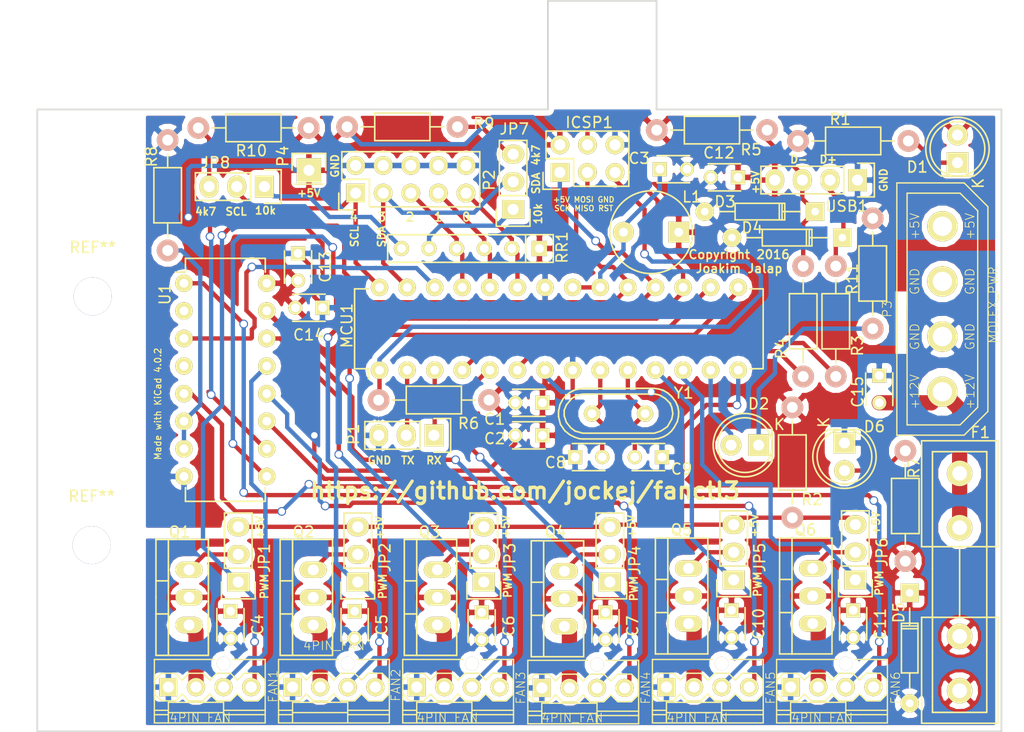
<source format=kicad_pcb>
(kicad_pcb (version 4) (host pcbnew 4.0.2-stable)
  (layers (0 F.Cu signal) (31 B.Cu signal) (34 B.Paste user) (35 F.Paste user) (36 B.SilkS user) (37 F.SilkS user) (38 B.Mask user) (39 F.Mask user) (44 Edge.Cuts user))
  (net 0 "")
  (net 1 +5V)
  (net 2 GND)
  (net 3 "Net-(C3-Pad1)")
  (net 4 +12V)
  (net 5 12VGND)
  (net 6 "Net-(C8-Pad2)")
  (net 7 "Net-(C9-Pad2)")
  (net 8 "Net-(D3-Pad1)")
  (net 9 "Net-(D4-Pad1)")
  (net 10 "Net-(D6-Pad2)")
  (net 11 TACH0)
  (net 12 TACH3)
  (net 13 TACH1)
  (net 14 TACH4)
  (net 15 TACH2)
  (net 16 TACH5)
  (net 17 SEL2)
  (net 18 SEL1)
  (net 19 PWM0)
  (net 20 "Net-(ICSP1-Pad5)")
  (net 21 COM5V)
  (net 22 PWM3)
  (net 23 "Net-(JP3-Pad2)")
  (net 24 "Net-(JP4-Pad2)")
  (net 25 PWM1)
  (net 26 PWM4)
  (net 27 PWM2)
  (net 28 PWM5)
  (net 29 "Net-(MCU1-Pad2)")
  (net 30 "Net-(MCU1-Pad3)")
  (net 31 "Net-(MCU1-Pad4)")
  (net 32 "Net-(MCU1-Pad6)")
  (net 33 SEL0)
  (net 34 TEMP0)
  (net 35 TEMP1)
  (net 36 TEMP2)
  (net 37 SENS0)
  (net 38 "Net-(P3-Pad3)")
  (net 39 "Net-(P3-Pad4)")
  (net 40 "Net-(U1-Pad2)")
  (net 41 "Net-(U1-Pad4)")
  (net 42 "Net-(C15-Pad2)")
  (net 43 "Net-(D2-Pad2)")
  (net 44 "Net-(FAN1-Pad2)")
  (net 45 "Net-(FAN2-Pad2)")
  (net 46 "Net-(FAN3-Pad2)")
  (net 47 "Net-(FAN4-Pad2)")
  (net 48 "Net-(FAN5-Pad2)")
  (net 49 "Net-(FAN6-Pad2)")
  (net 50 "Net-(JP1-Pad2)")
  (net 51 "Net-(JP2-Pad2)")
  (net 52 "Net-(JP5-Pad2)")
  (net 53 "Net-(JP6-Pad2)")
  (net 54 "Net-(D1-Pad1)")
  (net 55 "Net-(R8-Pad2)")
  (net 56 TEMP3/SDA)
  (net 57 TEMP4/SCL)
  (net 58 "Net-(JP8-Pad1)")
  (net 59 "Net-(JP7-Pad1)")
  (net 60 "Net-(JP7-Pad3)")
  (net 61 "Net-(JP8-Pad3)")
  (net 62 "Net-(D2-Pad1)")
  (module Capacitors_ThroughHole:C_Disc_D3_P2.5 (layer F.Cu) (at 110 127.5 180)
    (fp_text reference C1 (at 4.4 -1.5 180) (layer F.SilkS))
    (fp_text value 0.1u)
    (pad 1 thru_hole rect (at 0 0 180) (size 1.3 1.3) (drill 0.8) (layers *.Cu *.Mask F.SilkS) (net 1 +5V))
    (pad 2 thru_hole circle (at 2.5 0 180) (size 1.3 1.3) (drill 0.8001) (layers *.Cu *.Mask F.SilkS) (net 2 GND))
  )
  (module Capacitors_ThroughHole:C_Disc_D3_P2.5 (layer F.Cu) (at 110 130.5 180)
    (fp_text reference C2 (at 4.4 -0.3 180) (layer F.SilkS))
    (fp_text value 22n)
    (pad 1 thru_hole rect (at 0 0 180) (size 1.3 1.3) (drill 0.8) (layers *.Cu *.Mask F.SilkS) (net 1 +5V))
    (pad 2 thru_hole circle (at 2.5 0 180) (size 1.3 1.3) (drill 0.8001) (layers *.Cu *.Mask F.SilkS) (net 2 GND))
  )
  (module Capacitors_ThroughHole:C_Disc_D3_P2.5 (layer F.Cu) (at 120.8 106)
    (fp_text reference C3 (at -1.9 -1) (layer F.SilkS))
    (fp_text value 0.1u)
    (pad 1 thru_hole rect (at 0 0) (size 1.3 1.3) (drill 0.8) (layers *.Cu *.Mask F.SilkS) (net 3 "Net-(C3-Pad1)"))
    (pad 2 thru_hole circle (at 2.5 0) (size 1.3 1.3) (drill 0.8001) (layers *.Cu *.Mask F.SilkS) (net 2 GND))
  )
  (module Capacitors_ThroughHole:C_Disc_D3_P2.5 (layer F.Cu) (at 92.71 146.685 270)
    (fp_text reference C5 (at 1.25 -2.5 270) (layer F.SilkS))
    (fp_text value 0.1u)
    (pad 1 thru_hole rect (at 0 0 270) (size 1.3 1.3) (drill 0.8) (layers *.Cu *.Mask F.SilkS) (net 4 +12V))
    (pad 2 thru_hole circle (at 2.5 0 270) (size 1.3 1.3) (drill 0.8001) (layers *.Cu *.Mask F.SilkS) (net 5 12VGND))
  )
  (module Capacitors_ThroughHole:C_Disc_D3_P2.5 (layer F.Cu) (at 104.4 146.8 270)
    (fp_text reference C6 (at 1.25 -2.5 270) (layer F.SilkS))
    (fp_text value 0.1u)
    (pad 1 thru_hole rect (at 0 0 270) (size 1.3 1.3) (drill 0.8) (layers *.Cu *.Mask F.SilkS) (net 4 +12V))
    (pad 2 thru_hole circle (at 2.5 0 270) (size 1.3 1.3) (drill 0.8001) (layers *.Cu *.Mask F.SilkS) (net 5 12VGND))
  )
  (module Capacitors_ThroughHole:C_Disc_D3_P2.5 (layer F.Cu) (at 115.8 146.8 270)
    (fp_text reference C7 (at 1.25 -2.5 270) (layer F.SilkS))
    (fp_text value 0.1u)
    (pad 1 thru_hole rect (at 0 0 270) (size 1.3 1.3) (drill 0.8) (layers *.Cu *.Mask F.SilkS) (net 4 +12V))
    (pad 2 thru_hole circle (at 2.5 0 270) (size 1.3 1.3) (drill 0.8001) (layers *.Cu *.Mask F.SilkS) (net 5 12VGND))
  )
  (module Capacitors_ThroughHole:C_Disc_D3_P2.5 (layer F.Cu) (at 113 132.5)
    (fp_text reference C8 (at -1.8 0.5) (layer F.SilkS))
    (fp_text value 22p)
    (pad 1 thru_hole rect (at 0 0) (size 1.3 1.3) (drill 0.8) (layers *.Cu *.Mask F.SilkS) (net 2 GND))
    (pad 2 thru_hole circle (at 2.5 0) (size 1.3 1.3) (drill 0.8001) (layers *.Cu *.Mask F.SilkS) (net 6 "Net-(C8-Pad2)"))
  )
  (module Capacitors_ThroughHole:C_Disc_D3_P2.5 (layer F.Cu) (at 121 132.5 180)
    (fp_text reference C9 (at -1.8 -1.1 180) (layer F.SilkS))
    (fp_text value 22p)
    (pad 1 thru_hole rect (at 0 0 180) (size 1.3 1.3) (drill 0.8) (layers *.Cu *.Mask F.SilkS) (net 2 GND))
    (pad 2 thru_hole circle (at 2.5 0 180) (size 1.3 1.3) (drill 0.8001) (layers *.Cu *.Mask F.SilkS) (net 7 "Net-(C9-Pad2)"))
  )
  (module Capacitors_ThroughHole:C_Disc_D3_P2.5 (layer F.Cu) (at 127.4 146.6 270)
    (fp_text reference C10 (at 1.25 -2.5 270) (layer F.SilkS))
    (fp_text value 0.1u)
    (pad 1 thru_hole rect (at 0 0 270) (size 1.3 1.3) (drill 0.8) (layers *.Cu *.Mask F.SilkS) (net 4 +12V))
    (pad 2 thru_hole circle (at 2.5 0 270) (size 1.3 1.3) (drill 0.8001) (layers *.Cu *.Mask F.SilkS) (net 5 12VGND))
  )
  (module Capacitors_ThroughHole:C_Disc_D3_P2.5 (layer F.Cu) (at 138.6 146.6 270)
    (fp_text reference C11 (at 1.25 -2.5 270) (layer F.SilkS))
    (fp_text value 0.1u)
    (pad 1 thru_hole rect (at 0 0 270) (size 1.3 1.3) (drill 0.8) (layers *.Cu *.Mask F.SilkS) (net 4 +12V))
    (pad 2 thru_hole circle (at 2.5 0 270) (size 1.3 1.3) (drill 0.8001) (layers *.Cu *.Mask F.SilkS) (net 5 12VGND))
  )
  (module Capacitors_ThroughHole:C_Disc_D3_P2.5 (layer F.Cu) (at 128 106.75 180)
    (fp_text reference C12 (at 1.75 2.25 180) (layer F.SilkS))
    (fp_text value 0.1u)
    (pad 1 thru_hole rect (at 0 0 180) (size 1.3 1.3) (drill 0.8) (layers *.Cu *.Mask F.SilkS) (net 1 +5V))
    (pad 2 thru_hole circle (at 2.5 0 180) (size 1.3 1.3) (drill 0.8001) (layers *.Cu *.Mask F.SilkS) (net 2 GND))
  )
  (module Capacitors_ThroughHole:C_Disc_D3_P2.5 (layer F.Cu) (at 87.5 113.75 270)
    (fp_text reference C13 (at 1.25 -2.5 270) (layer F.SilkS))
    (fp_text value 0.1u)
    (pad 1 thru_hole rect (at 0 0 270) (size 1.3 1.3) (drill 0.8) (layers *.Cu *.Mask F.SilkS) (net 2 GND))
    (pad 2 thru_hole circle (at 2.5 0 270) (size 1.3 1.3) (drill 0.8001) (layers *.Cu *.Mask F.SilkS) (net 1 +5V))
  )
  (module Capacitors_ThroughHole:C_Disc_D3_P2.5 (layer F.Cu) (at 89.75 118.75 180)
    (fp_text reference C14 (at 1.25 -2.5 180) (layer F.SilkS))
    (fp_text value 22n)
    (pad 1 thru_hole rect (at 0 0 180) (size 1.3 1.3) (drill 0.8) (layers *.Cu *.Mask F.SilkS) (net 2 GND))
    (pad 2 thru_hole circle (at 2.5 0 180) (size 1.3 1.3) (drill 0.8001) (layers *.Cu *.Mask F.SilkS) (net 1 +5V))
  )
  (module LEDs:LED-5MM (layer F.Cu) (at 148.2 105.4 90)
    (fp_text reference D1 (at -0.4 -3.7 180) (layer F.SilkS))
    (fp_text value LED)
    (fp_text user K (at -1.905 1.905 90) (layer F.SilkS))
    (pad 1 thru_hole rect (at 0 0 180) (size 2 1.9) (drill 1.00076) (layers *.Cu *.Mask F.SilkS) (net 54 "Net-(D1-Pad1)"))
    (pad 2 thru_hole circle (at 2.54 0 90) (size 1.9 1.9) (drill 1.00076) (layers *.Cu *.Mask F.SilkS) (net 1 +5V))
  )
  (module Diodes_ThroughHole:Diode_DO-35_SOD27_Horizontal_RM10 (layer F.Cu) (at 135.1 109.9 180)
    (fp_text reference D3 (at 8.3 0.9 180) (layer F.SilkS))
    (fp_text value ZENER)
    (pad 2 thru_hole circle (at 10.16052 -0.00254) (size 1.69926 1.69926) (drill 0.70104) (layers *.Cu *.Mask F.SilkS) (net 2 GND))
    (pad 1 thru_hole rect (at 0.00052 -0.00254) (size 1.69926 1.69926) (drill 0.70104) (layers *.Cu *.Mask F.SilkS) (net 8 "Net-(D3-Pad1)"))
  )
  (module Diodes_ThroughHole:Diode_DO-35_SOD27_Horizontal_RM10 (layer F.Cu) (at 137.6 112.3 180)
    (fp_text reference D4 (at 8.3 0.9 180) (layer F.SilkS))
    (fp_text value ZENER)
    (pad 2 thru_hole circle (at 10.16052 -0.00254) (size 1.69926 1.69926) (drill 0.70104) (layers *.Cu *.Mask F.SilkS) (net 2 GND))
    (pad 1 thru_hole rect (at 0.00052 -0.00254) (size 1.69926 1.69926) (drill 0.70104) (layers *.Cu *.Mask F.SilkS) (net 9 "Net-(D4-Pad1)"))
  )
  (module Diodes_ThroughHole:Diode_DO-35_SOD27_Horizontal_RM10 (layer F.Cu) (at 143.8 145 270)
    (fp_text reference D5 (at 1.8 1 270) (layer F.SilkS))
    (fp_text value D)
    (pad 2 thru_hole circle (at 10.16052 -0.00254 90) (size 1.69926 1.69926) (drill 0.70104) (layers *.Cu *.Mask F.SilkS) (net 5 12VGND))
    (pad 1 thru_hole rect (at 0.00052 -0.00254 90) (size 1.69926 1.69926) (drill 0.70104) (layers *.Cu *.Mask F.SilkS) (net 4 +12V))
  )
  (module LEDs:LED-5MM (layer F.Cu) (at 137.8 131.2 270)
    (fp_text reference D6 (at -1.5 -2.75 360) (layer F.SilkS))
    (fp_text value LED)
    (fp_text user K (at -1.905 1.905 270) (layer F.SilkS))
    (pad 1 thru_hole rect (at 0 0) (size 2 1.9) (drill 1.00076) (layers *.Cu *.Mask F.SilkS) (net 5 12VGND))
    (pad 2 thru_hole circle (at 2.54 0 270) (size 1.9 1.9) (drill 1.00076) (layers *.Cu *.Mask F.SilkS) (net 10 "Net-(D6-Pad2)"))
  )
  (module Fuse_Holders_and_Fuses:Fuseholder5x20_horiz_open_inline_Type-I (layer F.Cu) (at 148.4 144 90)
    (fp_text reference F1 (at 13.768 1.902 180) (layer F.SilkS))
    (fp_text value FUSE)
    (pad 2 thru_hole circle (at 5.00126 0 90) (size 2.3495 2.3495) (drill 1.34874) (layers *.Cu *.Mask F.SilkS) (net 42 "Net-(C15-Pad2)"))
    (pad 2 thru_hole circle (at 9.99998 0 90) (size 2.3495 2.3495) (drill 1.34874) (layers *.Cu *.Mask F.SilkS) (net 42 "Net-(C15-Pad2)"))
    (pad 1 thru_hole circle (at -5.00126 0 90) (size 2.3495 2.3495) (drill 1.34874) (layers *.Cu *.Mask F.SilkS) (net 4 +12V))
    (pad 1 thru_hole circle (at -9.99998 0 90) (size 2.3495 2.3495) (drill 1.34874) (layers *.Cu *.Mask F.SilkS) (net 4 +12V))
  )
  (module ab2_header:AB2_HDR_M04-1V_CPU_FAN (layer F.Cu) (at 79.375 153.67)
    (fp_text reference FAN1 (at 5.825 -0.07 90) (layer F.SilkS) (effects (font (size 0.8128 0.8128) (thickness 0.0762))))
    (fp_text value 4PIN_FAN (at -0.875 2.83) (layer F.SilkS) (effects (font (size 0.8128 0.8128) (thickness 0.0762))))
    (pad 1 thru_hole rect (at -3.81 0) (size 1.6764 1.6764) (drill 1.016) (layers *.Cu *.Mask F.SilkS) (net 5 12VGND))
    (pad 2 thru_hole circle (at -1.27 0) (size 1.6764 1.6764) (drill 1.016) (layers *.Cu *.Mask F.SilkS) (net 44 "Net-(FAN1-Pad2)"))
    (pad 3 thru_hole circle (at 1.27 0) (size 1.6764 1.6764) (drill 1.016) (layers *.Cu *.Mask F.SilkS) (net 11 TACH0))
    (pad 4 thru_hole circle (at 3.81 0) (size 1.6764 1.6764) (drill 1.016) (layers *.Cu *.Mask F.SilkS) (net 19 PWM0))
    (pad "" thru_hole circle (at 1.27 -2.16) (size 1.25 1.25) (drill 1.25) (layers *.Cu *.Mask F.SilkS))
  )
  (module ab2_header:AB2_HDR_M04-1V_CPU_FAN (layer F.Cu) (at 90.805 153.67)
    (fp_text reference FAN2 (at 5.695 -0.17 90) (layer F.SilkS) (effects (font (size 0.8128 0.8128) (thickness 0.0762))))
    (fp_text value 4PIN_FAN (at 0 -3.81) (layer F.SilkS) (effects (font (size 0.8128 0.8128) (thickness 0.0762))))
    (pad 1 thru_hole rect (at -3.81 0) (size 1.6764 1.6764) (drill 1.016) (layers *.Cu *.Mask F.SilkS) (net 5 12VGND))
    (pad 2 thru_hole circle (at -1.27 0) (size 1.6764 1.6764) (drill 1.016) (layers *.Cu *.Mask F.SilkS) (net 45 "Net-(FAN2-Pad2)"))
    (pad 3 thru_hole circle (at 1.27 0) (size 1.6764 1.6764) (drill 1.016) (layers *.Cu *.Mask F.SilkS) (net 13 TACH1))
    (pad 4 thru_hole circle (at 3.81 0) (size 1.6764 1.6764) (drill 1.016) (layers *.Cu *.Mask F.SilkS) (net 25 PWM1))
    (pad "" thru_hole circle (at 1.27 -2.16) (size 1.25 1.25) (drill 1.25) (layers *.Cu *.Mask F.SilkS))
  )
  (module ab2_header:AB2_HDR_M04-1V_CPU_FAN (layer F.Cu) (at 102.235 153.67)
    (fp_text reference FAN3 (at 5.765 0.08 90) (layer F.SilkS) (effects (font (size 0.8128 0.8128) (thickness 0.0762))))
    (fp_text value 4PIN_FAN (at -0.985 2.83) (layer F.SilkS) (effects (font (size 0.8128 0.8128) (thickness 0.0762))))
    (pad 1 thru_hole rect (at -3.81 0) (size 1.6764 1.6764) (drill 1.016) (layers *.Cu *.Mask F.SilkS) (net 5 12VGND))
    (pad 2 thru_hole circle (at -1.27 0) (size 1.6764 1.6764) (drill 1.016) (layers *.Cu *.Mask F.SilkS) (net 46 "Net-(FAN3-Pad2)"))
    (pad 3 thru_hole circle (at 1.27 0) (size 1.6764 1.6764) (drill 1.016) (layers *.Cu *.Mask F.SilkS) (net 15 TACH2))
    (pad 4 thru_hole circle (at 3.81 0) (size 1.6764 1.6764) (drill 1.016) (layers *.Cu *.Mask F.SilkS) (net 27 PWM2))
    (pad "" thru_hole circle (at 1.27 -2.16) (size 1.25 1.25) (drill 1.25) (layers *.Cu *.Mask F.SilkS))
  )
  (module ab2_header:AB2_HDR_M04-1V_CPU_FAN (layer F.Cu) (at 113.75 153.75)
    (fp_text reference FAN4 (at 5.75 0 90) (layer F.SilkS) (effects (font (size 0.8128 0.8128) (thickness 0.0762))))
    (fp_text value 4PIN_FAN (at -1 2.75) (layer F.SilkS) (effects (font (size 0.8128 0.8128) (thickness 0.0762))))
    (pad 1 thru_hole rect (at -3.81 0) (size 1.6764 1.6764) (drill 1.016) (layers *.Cu *.Mask F.SilkS) (net 5 12VGND))
    (pad 2 thru_hole circle (at -1.27 0) (size 1.6764 1.6764) (drill 1.016) (layers *.Cu *.Mask F.SilkS) (net 47 "Net-(FAN4-Pad2)"))
    (pad 3 thru_hole circle (at 1.27 0) (size 1.6764 1.6764) (drill 1.016) (layers *.Cu *.Mask F.SilkS) (net 12 TACH3))
    (pad 4 thru_hole circle (at 3.81 0) (size 1.6764 1.6764) (drill 1.016) (layers *.Cu *.Mask F.SilkS) (net 22 PWM3))
    (pad "" thru_hole circle (at 1.27 -2.16) (size 1.25 1.25) (drill 1.25) (layers *.Cu *.Mask F.SilkS))
  )
  (module ab2_header:AB2_HDR_M04-1V_CPU_FAN (layer F.Cu) (at 125.222 153.67)
    (fp_text reference FAN5 (at 5.778 0.08 90) (layer F.SilkS) (effects (font (size 0.8128 0.8128) (thickness 0.0762))))
    (fp_text value 4PIN_FAN (at -0.972 2.83) (layer F.SilkS) (effects (font (size 0.8128 0.8128) (thickness 0.0762))))
    (pad 1 thru_hole rect (at -3.81 0) (size 1.6764 1.6764) (drill 1.016) (layers *.Cu *.Mask F.SilkS) (net 5 12VGND))
    (pad 2 thru_hole circle (at -1.27 0) (size 1.6764 1.6764) (drill 1.016) (layers *.Cu *.Mask F.SilkS) (net 48 "Net-(FAN5-Pad2)"))
    (pad 3 thru_hole circle (at 1.27 0) (size 1.6764 1.6764) (drill 1.016) (layers *.Cu *.Mask F.SilkS) (net 14 TACH4))
    (pad 4 thru_hole circle (at 3.81 0) (size 1.6764 1.6764) (drill 1.016) (layers *.Cu *.Mask F.SilkS) (net 26 PWM4))
    (pad "" thru_hole circle (at 1.27 -2.16) (size 1.25 1.25) (drill 1.25) (layers *.Cu *.Mask F.SilkS))
  )
  (module ab2_header:AB2_HDR_M04-1V_CPU_FAN (layer F.Cu) (at 136.652 153.67)
    (fp_text reference FAN6 (at 5.848 0.08 90) (layer F.SilkS) (effects (font (size 0.8128 0.8128) (thickness 0.0762))))
    (fp_text value 4PIN_FAN (at -0.902 2.83) (layer F.SilkS) (effects (font (size 0.8128 0.8128) (thickness 0.0762))))
    (pad 1 thru_hole rect (at -3.81 0) (size 1.6764 1.6764) (drill 1.016) (layers *.Cu *.Mask F.SilkS) (net 5 12VGND))
    (pad 2 thru_hole circle (at -1.27 0) (size 1.6764 1.6764) (drill 1.016) (layers *.Cu *.Mask F.SilkS) (net 49 "Net-(FAN6-Pad2)"))
    (pad 3 thru_hole circle (at 1.27 0) (size 1.6764 1.6764) (drill 1.016) (layers *.Cu *.Mask F.SilkS) (net 16 TACH5))
    (pad 4 thru_hole circle (at 3.81 0) (size 1.6764 1.6764) (drill 1.016) (layers *.Cu *.Mask F.SilkS) (net 28 PWM5))
    (pad "" thru_hole circle (at 1.27 -2.16) (size 1.25 1.25) (drill 1.25) (layers *.Cu *.Mask F.SilkS))
  )
  (module Pin_Headers:Pin_Header_Straight_2x03 (layer F.Cu) (at 111.6 106.3 90)
    (fp_text reference ICSP1 (at 4.6 2.7 360) (layer F.SilkS))
    (fp_text value Prog_con)
    (pad 1 thru_hole rect (at 0 0 90) (size 1.7272 1.7272) (drill 1.016) (layers *.Cu *.Mask F.SilkS) (net 17 SEL2))
    (pad 2 thru_hole oval (at 2.54 0 90) (size 1.7272 1.7272) (drill 1.016) (layers *.Cu *.Mask F.SilkS) (net 1 +5V))
    (pad 3 thru_hole oval (at 0 2.54 90) (size 1.7272 1.7272) (drill 1.016) (layers *.Cu *.Mask F.SilkS) (net 18 SEL1))
    (pad 4 thru_hole oval (at 2.54 2.54 90) (size 1.7272 1.7272) (drill 1.016) (layers *.Cu *.Mask F.SilkS) (net 19 PWM0))
    (pad 5 thru_hole oval (at 0 5.08 90) (size 1.7272 1.7272) (drill 1.016) (layers *.Cu *.Mask F.SilkS) (net 20 "Net-(ICSP1-Pad5)"))
    (pad 6 thru_hole oval (at 2.54 5.08 90) (size 1.7272 1.7272) (drill 1.016) (layers *.Cu *.Mask F.SilkS) (net 2 GND))
  )
  (module Pin_Headers:Pin_Header_Straight_1x03 (layer F.Cu) (at 82 144 180)
    (fp_text reference JP1 (at -2.4 2.2 270) (layer F.SilkS))
    (fp_text value JUMPER3)
    (pad 1 thru_hole rect (at 0 0 180) (size 2.032 1.7272) (drill 1.016) (layers *.Cu *.Mask F.SilkS) (net 19 PWM0))
    (pad 2 thru_hole oval (at 0 2.54 180) (size 2.032 1.7272) (drill 1.016) (layers *.Cu *.Mask F.SilkS) (net 50 "Net-(JP1-Pad2)"))
    (pad 3 thru_hole oval (at 0 5.08 180) (size 2.032 1.7272) (drill 1.016) (layers *.Cu *.Mask F.SilkS) (net 21 COM5V))
  )
  (module Pin_Headers:Pin_Header_Straight_1x03 (layer F.Cu) (at 93 144 180)
    (fp_text reference JP2 (at -2.5 2.25 270) (layer F.SilkS))
    (fp_text value JUMPER3)
    (pad 1 thru_hole rect (at 0 0 180) (size 2.032 1.7272) (drill 1.016) (layers *.Cu *.Mask F.SilkS) (net 25 PWM1))
    (pad 2 thru_hole oval (at 0 2.54 180) (size 2.032 1.7272) (drill 1.016) (layers *.Cu *.Mask F.SilkS) (net 51 "Net-(JP2-Pad2)"))
    (pad 3 thru_hole oval (at 0 5.08 180) (size 2.032 1.7272) (drill 1.016) (layers *.Cu *.Mask F.SilkS) (net 21 COM5V))
  )
  (module Pin_Headers:Pin_Header_Straight_1x03 (layer F.Cu) (at 104.6 144 180)
    (fp_text reference JP3 (at -2.4 2.25 270) (layer F.SilkS))
    (fp_text value JUMPER3)
    (pad 1 thru_hole rect (at 0 0 180) (size 2.032 1.7272) (drill 1.016) (layers *.Cu *.Mask F.SilkS) (net 27 PWM2))
    (pad 2 thru_hole oval (at 0 2.54 180) (size 2.032 1.7272) (drill 1.016) (layers *.Cu *.Mask F.SilkS) (net 23 "Net-(JP3-Pad2)"))
    (pad 3 thru_hole oval (at 0 5.08 180) (size 2.032 1.7272) (drill 1.016) (layers *.Cu *.Mask F.SilkS) (net 21 COM5V))
  )
  (module Pin_Headers:Pin_Header_Straight_1x03 (layer F.Cu) (at 116.2 144 180)
    (fp_text reference JP4 (at -2.3 2 270) (layer F.SilkS))
    (fp_text value JUMPER3)
    (pad 1 thru_hole rect (at 0 0 180) (size 2.032 1.7272) (drill 1.016) (layers *.Cu *.Mask F.SilkS) (net 22 PWM3))
    (pad 2 thru_hole oval (at 0 2.54 180) (size 2.032 1.7272) (drill 1.016) (layers *.Cu *.Mask F.SilkS) (net 24 "Net-(JP4-Pad2)"))
    (pad 3 thru_hole oval (at 0 5.08 180) (size 2.032 1.7272) (drill 1.016) (layers *.Cu *.Mask F.SilkS) (net 21 COM5V))
  )
  (module Pin_Headers:Pin_Header_Straight_1x03 (layer F.Cu) (at 127.6 143.8 180)
    (fp_text reference JP5 (at -2.4 2.05 270) (layer F.SilkS))
    (fp_text value JUMPER3)
    (pad 1 thru_hole rect (at 0 0 180) (size 2.032 1.7272) (drill 1.016) (layers *.Cu *.Mask F.SilkS) (net 26 PWM4))
    (pad 2 thru_hole oval (at 0 2.54 180) (size 2.032 1.7272) (drill 1.016) (layers *.Cu *.Mask F.SilkS) (net 52 "Net-(JP5-Pad2)"))
    (pad 3 thru_hole oval (at 0 5.08 180) (size 2.032 1.7272) (drill 1.016) (layers *.Cu *.Mask F.SilkS) (net 21 COM5V))
  )
  (module Pin_Headers:Pin_Header_Straight_1x03 (layer F.Cu) (at 138.8 143.8 180)
    (fp_text reference JP6 (at -2.45 2.55 270) (layer F.SilkS))
    (fp_text value JUMPER3)
    (pad 1 thru_hole rect (at 0 0 180) (size 2.032 1.7272) (drill 1.016) (layers *.Cu *.Mask F.SilkS) (net 28 PWM5))
    (pad 2 thru_hole oval (at 0 2.54 180) (size 2.032 1.7272) (drill 1.016) (layers *.Cu *.Mask F.SilkS) (net 53 "Net-(JP6-Pad2)"))
    (pad 3 thru_hole oval (at 0 5.08 180) (size 2.032 1.7272) (drill 1.016) (layers *.Cu *.Mask F.SilkS) (net 21 COM5V))
  )
  (module Inductors:INDUCTOR_V (layer F.Cu) (at 120 111.8 180)
    (fp_text reference L1 (at -3.75 3.25 180) (layer F.SilkS))
    (fp_text value 10uH)
    (pad 1 thru_hole rect (at -2.54 0 180) (size 1.905 1.905) (drill 0.8128) (layers *.Cu *.Mask F.SilkS) (net 1 +5V))
    (pad 2 thru_hole circle (at 2.54 0 180) (size 1.905 1.905) (drill 0.8128) (layers *.Cu *.Mask F.SilkS) (net 3 "Net-(C3-Pad1)"))
  )
  (module Housings_DIP:DIP-28_W7.62mm (layer F.Cu) (at 95 124.5 90)
    (fp_text reference MCU1 (at 4.1 -3 90) (layer F.SilkS))
    (fp_text value ATMEGA168PA-P)
    (pad 1 thru_hole oval (at 0 0 90) (size 1.6 1.6) (drill 0.8) (layers *.Cu *.Mask F.SilkS) (net 20 "Net-(ICSP1-Pad5)"))
    (pad 2 thru_hole oval (at 0 2.54 90) (size 1.6 1.6) (drill 0.8) (layers *.Cu *.Mask F.SilkS) (net 29 "Net-(MCU1-Pad2)"))
    (pad 3 thru_hole oval (at 0 5.08 90) (size 1.6 1.6) (drill 0.8) (layers *.Cu *.Mask F.SilkS) (net 30 "Net-(MCU1-Pad3)"))
    (pad 4 thru_hole oval (at 0 7.62 90) (size 1.6 1.6) (drill 0.8) (layers *.Cu *.Mask F.SilkS) (net 31 "Net-(MCU1-Pad4)"))
    (pad 5 thru_hole oval (at 0 10.16 90) (size 1.6 1.6) (drill 0.8) (layers *.Cu *.Mask F.SilkS) (net 22 PWM3))
    (pad 6 thru_hole oval (at 0 12.7 90) (size 1.6 1.6) (drill 0.8) (layers *.Cu *.Mask F.SilkS) (net 32 "Net-(MCU1-Pad6)"))
    (pad 7 thru_hole oval (at 0 15.24 90) (size 1.6 1.6) (drill 0.8) (layers *.Cu *.Mask F.SilkS) (net 1 +5V))
    (pad 8 thru_hole oval (at 0 17.78 90) (size 1.6 1.6) (drill 0.8) (layers *.Cu *.Mask F.SilkS) (net 2 GND))
    (pad 9 thru_hole oval (at 0 20.32 90) (size 1.6 1.6) (drill 0.8) (layers *.Cu *.Mask F.SilkS) (net 6 "Net-(C8-Pad2)"))
    (pad 10 thru_hole oval (at 0 22.86 90) (size 1.6 1.6) (drill 0.8) (layers *.Cu *.Mask F.SilkS) (net 7 "Net-(C9-Pad2)"))
    (pad 11 thru_hole oval (at 0 25.4 90) (size 1.6 1.6) (drill 0.8) (layers *.Cu *.Mask F.SilkS) (net 26 PWM4))
    (pad 12 thru_hole oval (at 0 27.94 90) (size 1.6 1.6) (drill 0.8) (layers *.Cu *.Mask F.SilkS) (net 28 PWM5))
    (pad 13 thru_hole oval (at 0 30.48 90) (size 1.6 1.6) (drill 0.8) (layers *.Cu *.Mask F.SilkS) (net 43 "Net-(D2-Pad2)"))
    (pad 14 thru_hole oval (at 0 33.02 90) (size 1.6 1.6) (drill 0.8) (layers *.Cu *.Mask F.SilkS) (net 33 SEL0))
    (pad 15 thru_hole oval (at 7.62 33.02 90) (size 1.6 1.6) (drill 0.8) (layers *.Cu *.Mask F.SilkS) (net 27 PWM2))
    (pad 16 thru_hole oval (at 7.62 30.48 90) (size 1.6 1.6) (drill 0.8) (layers *.Cu *.Mask F.SilkS) (net 25 PWM1))
    (pad 17 thru_hole oval (at 7.62 27.94 90) (size 1.6 1.6) (drill 0.8) (layers *.Cu *.Mask F.SilkS) (net 19 PWM0))
    (pad 18 thru_hole oval (at 7.62 25.4 90) (size 1.6 1.6) (drill 0.8) (layers *.Cu *.Mask F.SilkS) (net 17 SEL2))
    (pad 19 thru_hole oval (at 7.62 22.86 90) (size 1.6 1.6) (drill 0.8) (layers *.Cu *.Mask F.SilkS) (net 18 SEL1))
    (pad 20 thru_hole oval (at 7.62 20.32 90) (size 1.6 1.6) (drill 0.8) (layers *.Cu *.Mask F.SilkS) (net 3 "Net-(C3-Pad1)"))
    (pad 21 thru_hole oval (at 7.62 17.78 90) (size 1.6 1.6) (drill 0.8) (layers *.Cu *.Mask F.SilkS) (net 3 "Net-(C3-Pad1)"))
    (pad 22 thru_hole oval (at 7.62 15.24 90) (size 1.6 1.6) (drill 0.8) (layers *.Cu *.Mask F.SilkS) (net 2 GND))
    (pad 23 thru_hole oval (at 7.62 12.7 90) (size 1.6 1.6) (drill 0.8) (layers *.Cu *.Mask F.SilkS) (net 34 TEMP0))
    (pad 24 thru_hole oval (at 7.62 10.16 90) (size 1.6 1.6) (drill 0.8) (layers *.Cu *.Mask F.SilkS) (net 35 TEMP1))
    (pad 25 thru_hole oval (at 7.62 7.62 90) (size 1.6 1.6) (drill 0.8) (layers *.Cu *.Mask F.SilkS) (net 36 TEMP2))
    (pad 26 thru_hole oval (at 7.62 5.08 90) (size 1.6 1.6) (drill 0.8) (layers *.Cu *.Mask F.SilkS) (net 37 SENS0))
    (pad 27 thru_hole oval (at 7.62 2.54 90) (size 1.6 1.6) (drill 0.8) (layers *.Cu *.Mask F.SilkS) (net 56 TEMP3/SDA))
    (pad 28 thru_hole oval (at 7.62 0 90) (size 1.6 1.6) (drill 0.8) (layers *.Cu *.Mask F.SilkS) (net 57 TEMP4/SCL))
  )
  (module Pin_Headers:Pin_Header_Straight_1x03 (layer F.Cu) (at 100 130.5 270)
    (fp_text reference P1 (at -0.1 7.4 270) (layer F.SilkS))
    (fp_text value CONN_01X03)
    (pad 1 thru_hole rect (at 0 0 270) (size 2.032 1.7272) (drill 1.016) (layers *.Cu *.Mask F.SilkS) (net 30 "Net-(MCU1-Pad3)"))
    (pad 2 thru_hole oval (at 0 2.54 270) (size 2.032 1.7272) (drill 1.016) (layers *.Cu *.Mask F.SilkS) (net 29 "Net-(MCU1-Pad2)"))
    (pad 3 thru_hole oval (at 0 5.08 270) (size 2.032 1.7272) (drill 1.016) (layers *.Cu *.Mask F.SilkS) (net 2 GND))
  )
  (module Pin_Headers:Pin_Header_Straight_2x05 (layer F.Cu) (at 92.8 108.2 90)
    (fp_text reference P2 (at 1.2 12.3 90) (layer F.SilkS))
    (fp_text value CONN_02X05)
    (pad 1 thru_hole rect (at 0 0 90) (size 1.7272 1.7272) (drill 1.016) (layers *.Cu *.Mask F.SilkS) (net 57 TEMP4/SCL))
    (pad 2 thru_hole oval (at 2.54 0 90) (size 1.7272 1.7272) (drill 1.016) (layers *.Cu *.Mask F.SilkS) (net 2 GND))
    (pad 3 thru_hole oval (at 0 2.54 90) (size 1.7272 1.7272) (drill 1.016) (layers *.Cu *.Mask F.SilkS) (net 56 TEMP3/SDA))
    (pad 4 thru_hole oval (at 2.54 2.54 90) (size 1.7272 1.7272) (drill 1.016) (layers *.Cu *.Mask F.SilkS) (net 2 GND))
    (pad 5 thru_hole oval (at 0 5.08 90) (size 1.7272 1.7272) (drill 1.016) (layers *.Cu *.Mask F.SilkS) (net 36 TEMP2))
    (pad 6 thru_hole oval (at 2.54 5.08 90) (size 1.7272 1.7272) (drill 1.016) (layers *.Cu *.Mask F.SilkS) (net 2 GND))
    (pad 7 thru_hole oval (at 0 7.62 90) (size 1.7272 1.7272) (drill 1.016) (layers *.Cu *.Mask F.SilkS) (net 35 TEMP1))
    (pad 8 thru_hole oval (at 2.54 7.62 90) (size 1.7272 1.7272) (drill 1.016) (layers *.Cu *.Mask F.SilkS) (net 2 GND))
    (pad 9 thru_hole oval (at 0 10.16 90) (size 1.7272 1.7272) (drill 1.016) (layers *.Cu *.Mask F.SilkS) (net 34 TEMP0))
    (pad 10 thru_hole oval (at 2.54 10.16 90) (size 1.7272 1.7272) (drill 1.016) (layers *.Cu *.Mask F.SilkS) (net 2 GND))
  )
  (module ab2_power:AB2_ATX_PSU-4PIN-V (layer F.Cu) (at 146.812 118.872 90)
    (fp_text reference P3 (at 0 -5.08 90) (layer F.SilkS) (effects (font (size 0.8128 0.8128) (thickness 0.0762))))
    (fp_text value MOLEX_PWR (at 0.372 4.688 90) (layer F.SilkS) (effects (font (size 0.8128 0.8128) (thickness 0.0762))))
    (fp_text user GND (at 2.54 -2.54 90) (layer F.SilkS) (effects (font (size 0.8128 0.8128) (thickness 0.0762))))
    (fp_text user +5V (at 7.62 -2.54 90) (layer F.SilkS) (effects (font (size 0.8128 0.8128) (thickness 0.0762))))
    (fp_text user GND (at -2.54 -2.54 90) (layer F.SilkS) (effects (font (size 0.8128 0.8128) (thickness 0.0762))))
    (fp_text user +12V (at -7.62 -2.54 90) (layer F.SilkS) (effects (font (size 0.8128 0.8128) (thickness 0.0762))))
    (fp_text user +5V (at 7.62 2.54 90) (layer F.SilkS) (effects (font (size 0.8128 0.8128) (thickness 0.0762))))
    (fp_text user GND (at 2.54 2.54 90) (layer F.SilkS) (effects (font (size 0.8128 0.8128) (thickness 0.0762))))
    (fp_text user GND (at -2.54 2.54 90) (layer F.SilkS) (effects (font (size 0.8128 0.8128) (thickness 0.0762))))
    (fp_text user +12V (at -7.62 2.54 90) (layer F.SilkS) (effects (font (size 0.8128 0.8128) (thickness 0.0762))))
    (pad 2 thru_hole circle (at -2.54 0 90) (size 2.794 2.794) (drill 1.778) (layers *.Cu *.Mask F.SilkS) (net 5 12VGND))
    (pad 1 thru_hole circle (at -7.62 0 90) (size 2.794 2.794) (drill 1.778) (layers *.Cu *.Mask F.SilkS) (net 42 "Net-(C15-Pad2)"))
    (pad 3 thru_hole circle (at 2.54 0 90) (size 2.794 2.794) (drill 1.778) (layers *.Cu *.Mask F.SilkS) (net 38 "Net-(P3-Pad3)"))
    (pad 4 thru_hole circle (at 7.62 0 90) (size 2.794 2.794) (drill 1.778) (layers *.Cu *.Mask F.SilkS) (net 39 "Net-(P3-Pad4)"))
  )
  (module TO_SOT_Packages_THT:TO-220_Neutral123_Vertical (layer F.Cu) (at 77.47 145.415 90)
    (fp_text reference Q1 (at 6.015 -0.87 180) (layer F.SilkS))
    (fp_text value FAN_NMOS)
    (pad 2 thru_hole oval (at 0 0 180) (size 2.49936 1.50114) (drill 1.00076) (layers *.Cu *.Mask F.SilkS) (net 4 +12V))
    (pad 1 thru_hole oval (at -2.54 0 180) (size 2.49936 1.50114) (drill 1.00076) (layers *.Cu *.Mask F.SilkS) (net 44 "Net-(FAN1-Pad2)"))
    (pad 3 thru_hole oval (at 2.54 0 180) (size 2.49936 1.50114) (drill 1.00076) (layers *.Cu *.Mask F.SilkS) (net 50 "Net-(JP1-Pad2)"))
  )
  (module TO_SOT_Packages_THT:TO-220_Neutral123_Vertical (layer F.Cu) (at 88.9 145.415 90)
    (fp_text reference Q2 (at 6.015 -0.9 180) (layer F.SilkS))
    (fp_text value FAN_NMOS)
    (pad 2 thru_hole oval (at 0 0 180) (size 2.49936 1.50114) (drill 1.00076) (layers *.Cu *.Mask F.SilkS) (net 4 +12V))
    (pad 1 thru_hole oval (at -2.54 0 180) (size 2.49936 1.50114) (drill 1.00076) (layers *.Cu *.Mask F.SilkS) (net 45 "Net-(FAN2-Pad2)"))
    (pad 3 thru_hole oval (at 2.54 0 180) (size 2.49936 1.50114) (drill 1.00076) (layers *.Cu *.Mask F.SilkS) (net 51 "Net-(JP2-Pad2)"))
  )
  (module TO_SOT_Packages_THT:TO-220_Neutral123_Vertical (layer F.Cu) (at 100.33 145.415 90)
    (fp_text reference Q3 (at 6.015 -0.73 180) (layer F.SilkS))
    (fp_text value FAN_NMOS)
    (pad 2 thru_hole oval (at 0 0 180) (size 2.49936 1.50114) (drill 1.00076) (layers *.Cu *.Mask F.SilkS) (net 4 +12V))
    (pad 1 thru_hole oval (at -2.54 0 180) (size 2.49936 1.50114) (drill 1.00076) (layers *.Cu *.Mask F.SilkS) (net 46 "Net-(FAN3-Pad2)"))
    (pad 3 thru_hole oval (at 2.54 0 180) (size 2.49936 1.50114) (drill 1.00076) (layers *.Cu *.Mask F.SilkS) (net 23 "Net-(JP3-Pad2)"))
  )
  (module TO_SOT_Packages_THT:TO-220_Neutral123_Vertical (layer F.Cu) (at 112.014 145.542 90)
    (fp_text reference Q4 (at 6.142 -0.814 180) (layer F.SilkS))
    (fp_text value FAN_NMOS)
    (pad 2 thru_hole oval (at 0 0 180) (size 2.49936 1.50114) (drill 1.00076) (layers *.Cu *.Mask F.SilkS) (net 4 +12V))
    (pad 1 thru_hole oval (at -2.54 0 180) (size 2.49936 1.50114) (drill 1.00076) (layers *.Cu *.Mask F.SilkS) (net 47 "Net-(FAN4-Pad2)"))
    (pad 3 thru_hole oval (at 2.54 0 180) (size 2.49936 1.50114) (drill 1.00076) (layers *.Cu *.Mask F.SilkS) (net 24 "Net-(JP4-Pad2)"))
  )
  (module TO_SOT_Packages_THT:TO-220_Neutral123_Vertical (layer F.Cu) (at 123.444 145.288 90)
    (fp_text reference Q5 (at 6.088 -0.644 180) (layer F.SilkS))
    (fp_text value FAN_NMOS)
    (pad 2 thru_hole oval (at 0 0 180) (size 2.49936 1.50114) (drill 1.00076) (layers *.Cu *.Mask F.SilkS) (net 4 +12V))
    (pad 1 thru_hole oval (at -2.54 0 180) (size 2.49936 1.50114) (drill 1.00076) (layers *.Cu *.Mask F.SilkS) (net 48 "Net-(FAN5-Pad2)"))
    (pad 3 thru_hole oval (at 2.54 0 180) (size 2.49936 1.50114) (drill 1.00076) (layers *.Cu *.Mask F.SilkS) (net 52 "Net-(JP5-Pad2)"))
  )
  (module TO_SOT_Packages_THT:TO-220_Neutral123_Vertical (layer F.Cu) (at 134.874 145.288 90)
    (fp_text reference Q6 (at 6.088 -0.674 180) (layer F.SilkS))
    (fp_text value FAN_NMOS)
    (pad 2 thru_hole oval (at 0 0 180) (size 2.49936 1.50114) (drill 1.00076) (layers *.Cu *.Mask F.SilkS) (net 4 +12V))
    (pad 1 thru_hole oval (at -2.54 0 180) (size 2.49936 1.50114) (drill 1.00076) (layers *.Cu *.Mask F.SilkS) (net 49 "Net-(FAN6-Pad2)"))
    (pad 3 thru_hole oval (at 2.54 0 180) (size 2.49936 1.50114) (drill 1.00076) (layers *.Cu *.Mask F.SilkS) (net 53 "Net-(JP6-Pad2)"))
  )
  (module Resistors_ThroughHole:Resistor_Horizontal_RM10mm (layer F.Cu) (at 138.6 103.4 180)
    (fp_text reference R1 (at 1.2 2 180) (layer F.SilkS))
    (fp_text value FANCTL2_R)
    (pad 1 thru_hole circle (at -5.08 0 180) (size 1.99898 1.99898) (drill 1.00076) (layers *.Cu *.SilkS *.Mask) (net 54 "Net-(D1-Pad1)"))
    (pad 2 thru_hole circle (at 5.08 0 180) (size 1.99898 1.99898) (drill 1.00076) (layers *.Cu *.SilkS *.Mask) (net 2 GND))
  )
  (module Resistors_ThroughHole:Resistor_Horizontal_RM10mm (layer F.Cu) (at 133 133 270)
    (fp_text reference R2 (at 3.4 -1.8 360) (layer F.SilkS))
    (fp_text value 10K)
    (pad 1 thru_hole circle (at -5.08 0 270) (size 1.99898 1.99898) (drill 1.00076) (layers *.Cu *.SilkS *.Mask) (net 1 +5V))
    (pad 2 thru_hole circle (at 5.08 0 270) (size 1.99898 1.99898) (drill 1.00076) (layers *.Cu *.SilkS *.Mask) (net 21 COM5V))
  )
  (module Resistors_ThroughHole:Resistor_Horizontal_RM10mm (layer F.Cu) (at 137 120 270)
    (fp_text reference R3 (at 2.25 -2 270) (layer F.SilkS))
    (fp_text value 68)
    (pad 1 thru_hole circle (at -5.08 0 270) (size 1.99898 1.99898) (drill 1.00076) (layers *.Cu *.SilkS *.Mask) (net 9 "Net-(D4-Pad1)"))
    (pad 2 thru_hole circle (at 5.08 0 270) (size 1.99898 1.99898) (drill 1.00076) (layers *.Cu *.SilkS *.Mask) (net 31 "Net-(MCU1-Pad4)"))
  )
  (module Resistors_ThroughHole:Resistor_Horizontal_RM10mm (layer F.Cu) (at 134 120 270)
    (fp_text reference R4 (at 2.5 2 270) (layer F.SilkS))
    (fp_text value 68)
    (pad 1 thru_hole circle (at -5.08 0 270) (size 1.99898 1.99898) (drill 1.00076) (layers *.Cu *.SilkS *.Mask) (net 8 "Net-(D3-Pad1)"))
    (pad 2 thru_hole circle (at 5.08 0 270) (size 1.99898 1.99898) (drill 1.00076) (layers *.Cu *.SilkS *.Mask) (net 32 "Net-(MCU1-Pad6)"))
  )
  (module Resistors_ThroughHole:Resistor_Horizontal_RM10mm (layer F.Cu) (at 125.6 102.4 180)
    (fp_text reference R5 (at -3.6 -1.8 180) (layer F.SilkS))
    (fp_text value FANCTL2_R)
    (pad 1 thru_hole circle (at -5.08 0 180) (size 1.99898 1.99898) (drill 1.00076) (layers *.Cu *.SilkS *.Mask) (net 8 "Net-(D3-Pad1)"))
    (pad 2 thru_hole circle (at 5.08 0 180) (size 1.99898 1.99898) (drill 1.00076) (layers *.Cu *.SilkS *.Mask) (net 1 +5V))
  )
  (module Resistors_ThroughHole:Resistor_Horizontal_RM10mm (layer F.Cu) (at 100 127.25 180)
    (fp_text reference R6 (at -3.2 -2.15 180) (layer F.SilkS))
    (fp_text value 10K)
    (pad 1 thru_hole circle (at -5.08 0 180) (size 1.99898 1.99898) (drill 1.00076) (layers *.Cu *.SilkS *.Mask) (net 1 +5V))
    (pad 2 thru_hole circle (at 5.08 0 180) (size 1.99898 1.99898) (drill 1.00076) (layers *.Cu *.SilkS *.Mask) (net 20 "Net-(ICSP1-Pad5)"))
  )
  (module Resistors_ThroughHole:Resistor_Horizontal_RM10mm (layer F.Cu) (at 143.4 137 90)
    (fp_text reference R7 (at 3.5 0.8 90) (layer F.SilkS))
    (fp_text value FANCTL2_R)
    (pad 1 thru_hole circle (at -5.08 0 90) (size 1.99898 1.99898) (drill 1.00076) (layers *.Cu *.SilkS *.Mask) (net 4 +12V))
    (pad 2 thru_hole circle (at 5.08 0 90) (size 1.99898 1.99898) (drill 1.00076) (layers *.Cu *.SilkS *.Mask) (net 10 "Net-(D6-Pad2)"))
  )
  (module Resistors_ThroughHole:Resistor_Horizontal_RM10mm (layer F.Cu) (at 75.5 108.4 270)
    (fp_text reference R8 (at -3.55 1.5 270) (layer F.SilkS))
    (fp_text value FANCTL2_R)
    (pad 1 thru_hole circle (at -5.08 0 270) (size 1.99898 1.99898) (drill 1.00076) (layers *.Cu *.SilkS *.Mask) (net 2 GND))
    (pad 2 thru_hole circle (at 5.08 0 270) (size 1.99898 1.99898) (drill 1.00076) (layers *.Cu *.SilkS *.Mask) (net 55 "Net-(R8-Pad2)"))
  )
  (module Housings_DIP:DIP-16_W7.62mm (layer F.Cu) (at 77 116.5)
    (fp_text reference U1 (at -1.75 1 90) (layer F.SilkS))
    (fp_text value 4051)
    (pad 1 thru_hole oval (at 0 0) (size 1.6 1.6) (drill 0.8) (layers *.Cu *.Mask F.SilkS) (net 14 TACH4))
    (pad 2 thru_hole oval (at 0 2.54) (size 1.6 1.6) (drill 0.8) (layers *.Cu *.Mask F.SilkS) (net 40 "Net-(U1-Pad2)"))
    (pad 3 thru_hole oval (at 0 5.08) (size 1.6 1.6) (drill 0.8) (layers *.Cu *.Mask F.SilkS) (net 37 SENS0))
    (pad 4 thru_hole oval (at 0 7.62) (size 1.6 1.6) (drill 0.8) (layers *.Cu *.Mask F.SilkS) (net 41 "Net-(U1-Pad4)"))
    (pad 5 thru_hole oval (at 0 10.16) (size 1.6 1.6) (drill 0.8) (layers *.Cu *.Mask F.SilkS) (net 16 TACH5))
    (pad 6 thru_hole oval (at 0 12.7) (size 1.6 1.6) (drill 0.8) (layers *.Cu *.Mask F.SilkS) (net 55 "Net-(R8-Pad2)"))
    (pad 7 thru_hole oval (at 0 15.24) (size 1.6 1.6) (drill 0.8) (layers *.Cu *.Mask F.SilkS) (net 55 "Net-(R8-Pad2)"))
    (pad 8 thru_hole oval (at 0 17.78) (size 1.6 1.6) (drill 0.8) (layers *.Cu *.Mask F.SilkS) (net 2 GND))
    (pad 9 thru_hole oval (at 7.62 17.78) (size 1.6 1.6) (drill 0.8) (layers *.Cu *.Mask F.SilkS) (net 17 SEL2))
    (pad 10 thru_hole oval (at 7.62 15.24) (size 1.6 1.6) (drill 0.8) (layers *.Cu *.Mask F.SilkS) (net 18 SEL1))
    (pad 11 thru_hole oval (at 7.62 12.7) (size 1.6 1.6) (drill 0.8) (layers *.Cu *.Mask F.SilkS) (net 33 SEL0))
    (pad 12 thru_hole oval (at 7.62 10.16) (size 1.6 1.6) (drill 0.8) (layers *.Cu *.Mask F.SilkS) (net 12 TACH3))
    (pad 13 thru_hole oval (at 7.62 7.62) (size 1.6 1.6) (drill 0.8) (layers *.Cu *.Mask F.SilkS) (net 11 TACH0))
    (pad 14 thru_hole oval (at 7.62 5.08) (size 1.6 1.6) (drill 0.8) (layers *.Cu *.Mask F.SilkS) (net 13 TACH1))
    (pad 15 thru_hole oval (at 7.62 2.54) (size 1.6 1.6) (drill 0.8) (layers *.Cu *.Mask F.SilkS) (net 15 TACH2))
    (pad 16 thru_hole oval (at 7.62 0) (size 1.6 1.6) (drill 0.8) (layers *.Cu *.Mask F.SilkS) (net 1 +5V))
  )
  (module Crystals:Crystal_HC49-U_Vertical (layer F.Cu) (at 117 128.5)
    (fp_text reference Y1 (at 6 -1.9) (layer F.SilkS))
    (fp_text value Crystal_Small)
    (pad 1 thru_hole circle (at -2.44094 0) (size 1.50114 1.50114) (drill 0.8001) (layers *.Cu *.Mask F.SilkS) (net 6 "Net-(C8-Pad2)"))
    (pad 2 thru_hole circle (at 2.44094 0) (size 1.50114 1.50114) (drill 0.8001) (layers *.Cu *.Mask F.SilkS) (net 7 "Net-(C9-Pad2)"))
  )
  (module Capacitors_ThroughHole:C_Disc_D3_P2.5 (layer F.Cu) (at 141 125 270)
    (fp_text reference C15 (at 1.5 2 270) (layer F.SilkS))
    (fp_text value Decoupler)
    (pad 1 thru_hole rect (at 0 0 270) (size 1.3 1.3) (drill 0.8) (layers *.Cu *.Mask F.SilkS) (net 5 12VGND))
    (pad 2 thru_hole circle (at 2.5 0 270) (size 1.3 1.3) (drill 0.8001) (layers *.Cu *.Mask F.SilkS) (net 42 "Net-(C15-Pad2)"))
  )
  (module LEDs:LED-5MM (layer F.Cu) (at 129.9 131.4 180)
    (fp_text reference D2 (at 0 3.8 180) (layer F.SilkS))
    (fp_text value LED)
    (fp_text user K (at -1.905 1.905 180) (layer F.SilkS))
    (pad 1 thru_hole rect (at 0 0 270) (size 2 1.9) (drill 1.00076) (layers *.Cu *.Mask F.SilkS) (net 62 "Net-(D2-Pad1)"))
    (pad 2 thru_hole circle (at 2.54 0 180) (size 1.9 1.9) (drill 1.00076) (layers *.Cu *.Mask F.SilkS) (net 43 "Net-(D2-Pad2)"))
  )
  (module Capacitors_ThroughHole:C_Disc_D3_P2.5 (layer F.Cu) (at 81.28 146.685 270)
    (fp_text reference C4 (at 1.25 -2.5 270) (layer F.SilkS))
    (fp_text value 0.1u)
    (pad 1 thru_hole rect (at 0 0 270) (size 1.3 1.3) (drill 0.8) (layers *.Cu *.Mask F.SilkS) (net 4 +12V))
    (pad 2 thru_hole circle (at 2.5 0 270) (size 1.3 1.3) (drill 0.8001) (layers *.Cu *.Mask F.SilkS) (net 5 12VGND))
  )
  (module Pin_Headers:Pin_Header_Straight_1x04 (layer F.Cu) (at 139 107 270)
    (fp_text reference USB1 (at 2.4 1 540) (layer F.SilkS))
    (fp_text value USB_HDR)
    (pad 1 thru_hole rect (at 0 0 270) (size 2.032 1.7272) (drill 1.016) (layers *.Cu *.Mask F.SilkS) (net 2 GND))
    (pad 2 thru_hole oval (at 0 2.54 270) (size 2.032 1.7272) (drill 1.016) (layers *.Cu *.Mask F.SilkS) (net 9 "Net-(D4-Pad1)"))
    (pad 3 thru_hole oval (at 0 5.08 270) (size 2.032 1.7272) (drill 1.016) (layers *.Cu *.Mask F.SilkS) (net 8 "Net-(D3-Pad1)"))
    (pad 4 thru_hole oval (at 0 7.62 270) (size 2.032 1.7272) (drill 1.016) (layers *.Cu *.Mask F.SilkS) (net 1 +5V))
  )
  (module fanctl3:Resistor_Array_SIP6 (layer F.Cu) (at 102.1 113.3 180)
    (fp_text reference RR1 (at -9.7 0.1 270) (layer F.SilkS))
    (fp_text value 10k)
    (pad 1 thru_hole rect (at -7.62 0 180) (size 1.397 1.397) (drill 0.8128) (layers *.Cu *.Mask F.SilkS) (net 1 +5V))
    (pad 2 thru_hole circle (at -5.08 0 180) (size 1.397 1.397) (drill 0.8128) (layers *.Cu *.Mask F.SilkS) (net 34 TEMP0))
    (pad 3 thru_hole circle (at -2.54 0 180) (size 1.397 1.397) (drill 0.8128) (layers *.Cu *.Mask F.SilkS) (net 35 TEMP1))
    (pad 4 thru_hole circle (at 0 0 180) (size 1.397 1.397) (drill 0.8128) (layers *.Cu *.Mask F.SilkS) (net 36 TEMP2))
    (pad 5 thru_hole circle (at 2.54 0 180) (size 1.397 1.397) (drill 0.8128) (layers *.Cu *.Mask F.SilkS) (net 59 "Net-(JP7-Pad1)"))
    (pad 6 thru_hole circle (at 5.08 0 180) (size 1.397 1.397) (drill 0.8128) (layers *.Cu *.Mask F.SilkS) (net 58 "Net-(JP8-Pad1)"))
  )
  (module Pin_Headers:Pin_Header_Straight_1x03 (layer F.Cu) (at 107.3 109.7 180)
    (fp_text reference JP7 (at -0.1 7.4 180) (layer F.SilkS))
    (fp_text value JUMPER3)
    (pad 1 thru_hole rect (at 0 0 180) (size 2.032 1.7272) (drill 1.016) (layers *.Cu *.Mask F.SilkS) (net 59 "Net-(JP7-Pad1)"))
    (pad 2 thru_hole oval (at 0 2.54 180) (size 2.032 1.7272) (drill 1.016) (layers *.Cu *.Mask F.SilkS) (net 56 TEMP3/SDA))
    (pad 3 thru_hole oval (at 0 5.08 180) (size 2.032 1.7272) (drill 1.016) (layers *.Cu *.Mask F.SilkS) (net 60 "Net-(JP7-Pad3)"))
  )
  (module Pin_Headers:Pin_Header_Straight_1x03 (layer F.Cu) (at 84.4 107.6 270)
    (fp_text reference JP8 (at -2.2 4.5 360) (layer F.SilkS))
    (fp_text value JUMPER3)
    (pad 1 thru_hole rect (at 0 0 270) (size 2.032 1.7272) (drill 1.016) (layers *.Cu *.Mask F.SilkS) (net 58 "Net-(JP8-Pad1)"))
    (pad 2 thru_hole oval (at 0 2.54 270) (size 2.032 1.7272) (drill 1.016) (layers *.Cu *.Mask F.SilkS) (net 57 TEMP4/SCL))
    (pad 3 thru_hole oval (at 0 5.08 270) (size 2.032 1.7272) (drill 1.016) (layers *.Cu *.Mask F.SilkS) (net 61 "Net-(JP8-Pad3)"))
  )
  (module Resistors_ThroughHole:Resistor_Horizontal_RM10mm (layer F.Cu) (at 97.1 102.1)
    (fp_text reference R9 (at 7.5 -0.3) (layer F.SilkS))
    (fp_text value 4k7)
    (pad 1 thru_hole circle (at -5.08 0) (size 1.99898 1.99898) (drill 1.00076) (layers *.Cu *.SilkS *.Mask) (net 1 +5V))
    (pad 2 thru_hole circle (at 5.08 0) (size 1.99898 1.99898) (drill 1.00076) (layers *.Cu *.SilkS *.Mask) (net 60 "Net-(JP7-Pad3)"))
  )
  (module Resistors_ThroughHole:Resistor_Horizontal_RM10mm (layer F.Cu) (at 83.4 102.2 180)
    (fp_text reference R10 (at 0.2 -2.1 180) (layer F.SilkS))
    (fp_text value 4k7)
    (pad 1 thru_hole circle (at -5.08 0 180) (size 1.99898 1.99898) (drill 1.00076) (layers *.Cu *.SilkS *.Mask) (net 1 +5V))
    (pad 2 thru_hole circle (at 5.08 0 180) (size 1.99898 1.99898) (drill 1.00076) (layers *.Cu *.SilkS *.Mask) (net 61 "Net-(JP8-Pad3)"))
  )
  (module Pin_Headers:Pin_Header_Straight_1x01 (layer F.Cu) (at 88.5 106.1)
    (fp_text reference P4 (at -2.4 -1.3 90) (layer F.SilkS))
    (fp_text value CONN_01X01)
    (pad 1 thru_hole rect (at 0 0) (size 2.2352 2.2352) (drill 1.016) (layers *.Cu *.Mask F.SilkS) (net 1 +5V))
  )
  (module Resistors_ThroughHole:Resistor_Horizontal_RM10mm (layer F.Cu) (at 140.4 115.6 90)
    (fp_text reference R11 (at -0.5 -1.9 90) (layer F.SilkS))
    (fp_text value R)
    (pad 1 thru_hole circle (at -5.08 0 90) (size 1.99898 1.99898) (drill 1.00076) (layers *.Cu *.SilkS *.Mask) (net 62 "Net-(D2-Pad1)"))
    (pad 2 thru_hole circle (at 5.08 0 90) (size 1.99898 1.99898) (drill 1.00076) (layers *.Cu *.SilkS *.Mask) (net 2 GND))
  )
  (module Mounting_Holes:MountingHole_3-5mm (layer F.Cu) (at 68.6 117.7)
    (fp_text reference REF** (at 0 -4.50088) (layer F.SilkS))
    (fp_text value MountingHole_3-5mm)
    (pad 1 thru_hole circle (at 0 0) (size 3.5 3.5) (drill 3.5) (layers))
  )
  (module Mounting_Holes:MountingHole_3-5mm (layer F.Cu) (at 68.5 140.6)
    (fp_text reference REF** (at 0 -4.50088) (layer F.SilkS))
    (fp_text value MountingHole_3-5mm)
    (pad 1 thru_hole circle (at 0 0) (size 3.5 3.5) (drill 3.5) (layers))
  )
  (gr_text PWM (at 118.4 144.6 90) (layer F.SilkS) (effects (font (size 0.7 0.7))))
  (gr_text PWM (at 129.8 144.2 90) (layer F.SilkS) (effects (font (size 0.7 0.7))))
  (gr_text +5V (at 129.5 138.8 90) (layer F.SilkS) (effects (font (size 0.7 0.7))))
  (gr_text +5V (at 118.2 138.9 90) (layer F.SilkS) (effects (font (size 0.7 0.7))))
  (gr_text PWM (at 141 144.1 90) (layer F.SilkS) (effects (font (size 0.7 0.7))))
  (gr_text PWM (at 106.8 144.3 90) (layer F.SilkS) (effects (font (size 0.7 0.7))))
  (gr_text PWM (at 84.4 144.4 90) (layer F.SilkS) (effects (font (size 0.7 0.7))))
  (gr_text +5V (at 140.7 138.6 90) (layer F.SilkS) (effects (font (size 0.7 0.7))))
  (gr_text +5V (at 106.6 138.9 90) (layer F.SilkS) (effects (font (size 0.7 0.7))))
  (gr_text +5V (at 95 139 90) (layer F.SilkS) (effects (font (size 0.7 0.7))))
  (gr_text PWM (at 95.3 144.4 90) (layer F.SilkS) (effects (font (size 0.7 0.7))))
  (gr_text +5V (at 84 139 90) (layer F.SilkS) (effects (font (size 0.7 0.7))))
  (gr_text SDA (at 109.4 107.3 90) (layer F.SilkS) (effects (font (size 0.7 0.7))))
  (gr_text SCL (at 81.8 109.9) (layer F.SilkS) (effects (font (size 0.7 0.7))))
  (gr_text 10k (at 109.6 110.1 90) (layer F.SilkS) (effects (font (size 0.7 0.7))))
  (gr_text 4k7 (at 109.4 104.7 90) (layer F.SilkS) (effects (font (size 0.7 0.7))))
  (gr_text 10k (at 84.5 109.8) (layer F.SilkS) (effects (font (size 0.7 0.7))))
  (gr_text 4k7 (at 79 109.9) (layer F.SilkS) (effects (font (size 0.7 0.7))))
  (gr_text +5V (at 88.5 108.2) (layer F.SilkS) (effects (font (size 0.7 0.7))))
  (gr_text SCL (at 92.7 112.2 90) (layer F.SilkS) (effects (font (size 0.7 0.7))))
  (gr_text SDA (at 95.2 112.2 90) (layer F.SilkS) (effects (font (size 0.7 0.7))))
  (gr_text GND (at 90.9 105.7 90) (layer F.SilkS) (effects (font (size 0.7 0.7))))
  (gr_text GND (at 95 132.8) (layer F.SilkS) (effects (font (size 0.7 0.7))))
  (gr_text GND (at 141.4 107 90) (layer F.SilkS) (effects (font (size 0.7 0.7))))
  (gr_text +5V (at 129.6 107.2 90) (layer F.SilkS) (effects (font (size 0.7 0.7))))
  (gr_text D- (at 133.6 105.1) (layer F.SilkS) (effects (font (size 0.7 0.7))))
  (gr_text D+ (at 136.3 105.1) (layer F.SilkS) (effects (font (size 0.7 0.7))))
  (gr_text "Made with KiCad 4.0.2" (at 74.6 127.6 90) (layer F.SilkS) (effects (font (size 0.6 0.6) (thickness 0.1))))
  (gr_text "Copyright 2016\nJoakim Jalap" (at 128.1 114.5) (layer F.SilkS) (effects (font (size 0.8 0.8))))
  (gr_text https://github.com/jockej/fanctl3 (at 108.4 135.6) (layer F.SilkS) (effects (font (size 1.5 1.5) (thickness 0.3))))
  (gr_text "4   3   2   1   0" (at 97.8 110.4) (layer F.SilkS) (effects (font (size 0.8 0.8))))
  (gr_text RX (at 100 132.8) (layer F.SilkS) (effects (font (size 0.7 0.7))))
  (gr_text TX (at 97.6 132.8) (layer F.SilkS) (effects (font (size 0.7 0.7))))
  (gr_text "+5V MOSI GND\nSCK MISO RST" (at 113.8 109.2) (layer F.SilkS) (effects (font (size 0.5 0.5) (thickness 0.1))))
  (gr_line (start 63.5 100.5) (end 63.5 157.75) (angle 90) (layer Edge.Cuts) (width 0.15))
  (gr_line (start 110.5 100.5) (end 63.5 100.5) (angle 90) (layer Edge.Cuts) (width 0.15))
  (gr_line (start 110.5 90.5) (end 110.5 100.5) (angle 90) (layer Edge.Cuts) (width 0.15))
  (gr_line (start 120.5 90.5) (end 110.5 90.5) (angle 90) (layer Edge.Cuts) (width 0.15))
  (gr_line (start 120.5 100.5) (end 120.5 90.5) (angle 90) (layer Edge.Cuts) (width 0.15))
  (gr_line (start 152.25 100.5) (end 120.5 100.5) (angle 90) (layer Edge.Cuts) (width 0.15))
  (gr_line (start 152.25 157.75) (end 152.25 100.5) (angle 90) (layer Edge.Cuts) (width 0.15))
  (gr_line (start 63.5 157.75) (end 152.25 157.75) (angle 90) (layer Edge.Cuts) (width 0.15))
  (segment (start 133 127.92) (end 133 127.9) (width 0.4) (layer F.Cu) (net 1))
  (segment (start 133 127.9) (end 131.6 126.5) (width 0.4) (layer F.Cu) (net 1))
  (segment (start 131.6 126.5) (end 126.75 126.5) (width 0.4) (layer F.Cu) (net 1))
  (segment (start 88.5 106.1) (end 87.2 106.1) (width 0.4) (layer B.Cu) (net 1))
  (segment (start 77.4 106) (end 77.4 110.4) (width 0.4) (layer B.Cu) (net 1))
  (via (at 77.4 110.4) (size 0.8) (drill 0.6) (layers F.Cu B.Cu) (net 1))
  (segment (start 77.4 110.4) (end 77.4 112.7) (width 0.4) (layer F.Cu) (net 1))
  (segment (start 77.4 112.7) (end 78.5 113.8) (width 0.4) (layer F.Cu) (net 1))
  (segment (start 78.5 113.8) (end 84.9 113.8) (width 0.4) (layer F.Cu) (net 1))
  (segment (start 84.9 113.8) (end 84.62 114.08) (width 0.4) (layer F.Cu) (net 1))
  (segment (start 84.62 114.08) (end 84.62 116.5) (width 0.4) (layer F.Cu) (net 1))
  (segment (start 77.7 105.7) (end 77.4 106) (width 0.4) (layer B.Cu) (net 1))
  (segment (start 86.8 105.7) (end 77.7 105.7) (width 0.4) (layer B.Cu) (net 1))
  (segment (start 87.2 106.1) (end 86.8 105.7) (width 0.4) (layer B.Cu) (net 1))
  (segment (start 111.6 103.76) (end 111.6 103.7) (width 0.4) (layer B.Cu) (net 1))
  (segment (start 111.6 103.7) (end 109.1 101.2) (width 0.4) (layer B.Cu) (net 1))
  (segment (start 109.1 101.2) (end 105.4 101.2) (width 0.4) (layer B.Cu) (net 1))
  (segment (start 105.4 101.2) (end 102.9 103.7) (width 0.4) (layer B.Cu) (net 1))
  (segment (start 102.9 103.7) (end 93.3 103.7) (width 0.4) (layer B.Cu) (net 1))
  (segment (start 93.3 103.7) (end 92.02 102.42) (width 0.4) (layer B.Cu) (net 1))
  (segment (start 92.02 102.42) (end 92.02 102.1) (width 0.4) (layer B.Cu) (net 1))
  (segment (start 111.75 126.5) (end 110.24 124.99) (width 0.4) (layer B.Cu) (net 1))
  (segment (start 110.24 124.99) (end 110.24 124.5) (width 0.4) (layer B.Cu) (net 1))
  (segment (start 120 126.5) (end 111.75 126.5) (width 0.4) (layer B.Cu) (net 1))
  (via (at 120 126.5) (size 0.8) (drill 0.6) (layers F.Cu B.Cu) (net 1))
  (segment (start 126.75 126.5) (end 120 126.5) (width 0.4) (layer F.Cu) (net 1))
  (segment (start 96.4 133.75) (end 90.25 133.75) (width 0.4) (layer F.Cu) (net 2))
  (segment (start 90.25 133.75) (end 89 132.5) (width 0.4) (layer F.Cu) (net 2))
  (segment (start 112.78 124.5) (end 112.78 132.28) (width 0.4) (layer F.Cu) (net 2))
  (segment (start 112.78 132.28) (end 113 132.5) (width 0.4) (layer F.Cu) (net 2))
  (segment (start 89.75 118.75) (end 89.75 118.5) (width 0.4) (layer F.Cu) (net 2))
  (segment (start 89.75 118.5) (end 89 117.75) (width 0.4) (layer F.Cu) (net 2))
  (segment (start 89 115.25) (end 87.5 113.75) (width 0.4) (layer F.Cu) (net 2))
  (segment (start 89 117.75) (end 89 115.25) (width 0.4) (layer F.Cu) (net 2))
  (segment (start 96.4 133.75) (end 105 133.75) (width 0.4) (layer F.Cu) (net 2))
  (segment (start 89 130.5) (end 89 132.5) (width 0.4) (layer F.Cu) (net 2))
  (via (at 89 130.5) (size 0.8) (drill 0.6) (layers F.Cu B.Cu) (net 2))
  (segment (start 89 121) (end 89 130.5) (width 0.4) (layer B.Cu) (net 2))
  (segment (start 89.75 120.25) (end 89 121) (width 0.4) (layer B.Cu) (net 2))
  (segment (start 89.75 118.75) (end 89.75 120.25) (width 0.4) (layer B.Cu) (net 2))
  (segment (start 107.5 131.25) (end 107.5 130.5) (width 0.4) (layer F.Cu) (net 2))
  (segment (start 105 133.75) (end 107.5 131.25) (width 0.4) (layer F.Cu) (net 2))
  (segment (start 117.46 111.8) (end 117.46 111.24) (width 0.4) (layer B.Cu) (net 3))
  (segment (start 117.46 111.24) (end 120.8 107.9) (width 0.4) (layer B.Cu) (net 3))
  (segment (start 120.8 107.9) (end 120.8 106) (width 0.4) (layer B.Cu) (net 3))
  (segment (start 115.32 116.88) (end 115.32 115.58) (width 0.4) (layer B.Cu) (net 3))
  (segment (start 117.46 113.44) (end 117.46 111.8) (width 0.4) (layer B.Cu) (net 3))
  (segment (start 115.32 115.58) (end 117.46 113.44) (width 0.4) (layer B.Cu) (net 3))
  (segment (start 112.78 116.88) (end 115.32 116.88) (width 0.4) (layer F.Cu) (net 3))
  (segment (start 115.5 132.5) (end 115.5 129.44094) (width 0.4) (layer F.Cu) (net 6))
  (segment (start 115.5 129.44094) (end 114.55906 128.5) (width 0.4) (layer F.Cu) (net 6))
  (segment (start 115.32 124.5) (end 115.32 127.73906) (width 0.4) (layer F.Cu) (net 6))
  (segment (start 115.32 127.73906) (end 114.55906 128.5) (width 0.4) (layer F.Cu) (net 6))
  (segment (start 118.5 132.5) (end 118.5 129.44094) (width 0.4) (layer F.Cu) (net 7))
  (segment (start 118.5 129.44094) (end 119.44094 128.5) (width 0.4) (layer F.Cu) (net 7))
  (segment (start 117.86 124.5) (end 117.86 126.91906) (width 0.4) (layer F.Cu) (net 7))
  (segment (start 117.86 126.91906) (end 119.44094 128.5) (width 0.4) (layer F.Cu) (net 7))
  (segment (start 134 114.92) (end 134 111.00202) (width 0.4) (layer F.Cu) (net 8))
  (segment (start 134 111.00202) (end 135.09948 109.90254) (width 0.4) (layer F.Cu) (net 8))
  (segment (start 133.92 107) (end 133.92 108.72306) (width 0.4) (layer F.Cu) (net 8))
  (segment (start 133.92 108.72306) (end 135.09948 109.90254) (width 0.4) (layer F.Cu) (net 8))
  (segment (start 133.92 107) (end 133.92 106.52) (width 0.4) (layer F.Cu) (net 8))
  (segment (start 133.92 106.52) (end 130.68 103.28) (width 0.4) (layer F.Cu) (net 8))
  (segment (start 130.68 103.28) (end 130.68 102.4) (width 0.4) (layer F.Cu) (net 8))
  (segment (start 133.92 107) (end 133.92 106.67) (width 0.4) (layer F.Cu) (net 8))
  (segment (start 137 114.92) (end 137 112.90202) (width 0.4) (layer F.Cu) (net 9))
  (segment (start 137 112.90202) (end 137.59948 112.30254) (width 0.4) (layer F.Cu) (net 9))
  (segment (start 136.46 107) (end 136.46 107.96) (width 0.4) (layer F.Cu) (net 9))
  (segment (start 136.46 107.96) (end 137.7 109.2) (width 0.4) (layer F.Cu) (net 9))
  (segment (start 137.7 109.2) (end 137.7 112.20202) (width 0.4) (layer F.Cu) (net 9))
  (segment (start 137.7 112.20202) (end 137.59948 112.30254) (width 0.4) (layer F.Cu) (net 9))
  (segment (start 143.764 132.08) (end 143.67 132.08) (width 0.4) (layer F.Cu) (net 10))
  (segment (start 137.8 133.74) (end 141.38 133.74) (width 0.4) (layer F.Cu) (net 10))
  (segment (start 141.38 133.74) (end 143 132.12) (width 0.4) (layer F.Cu) (net 10))
  (segment (start 84.5 138) (end 84.5 136.25) (width 0.4) (layer B.Cu) (net 11))
  (segment (start 83.200002 125.539998) (end 84.62 124.12) (width 0.4) (layer B.Cu) (net 11))
  (segment (start 83.200002 134.950002) (end 83.200002 125.539998) (width 0.4) (layer B.Cu) (net 11))
  (segment (start 84.5 136.25) (end 83.200002 134.950002) (width 0.4) (layer B.Cu) (net 11))
  (segment (start 84.5 138) (end 84.5 137.75) (width 0.4) (layer B.Cu) (net 11))
  (segment (start 80.422 153.578) (end 83 151) (width 0.4) (layer B.Cu) (net 11))
  (segment (start 84.5 150.5) (end 84.5 144.5) (width 0.4) (layer B.Cu) (net 11))
  (segment (start 84 151) (end 84.5 150.5) (width 0.4) (layer B.Cu) (net 11))
  (segment (start 83 151) (end 84 151) (width 0.4) (layer B.Cu) (net 11))
  (segment (start 84.5 138) (end 84.5 144.5) (width 0.4) (layer B.Cu) (net 11))
  (segment (start 80.645 153.67) (end 80.83 153.67) (width 0.4) (layer B.Cu) (net 11))
  (segment (start 89.5 132.75) (end 89.5 136.5) (width 0.4) (layer B.Cu) (net 12))
  (segment (start 89.5 136.5) (end 90 137) (width 0.4) (layer B.Cu) (net 12))
  (segment (start 98.75 136.700002) (end 92.549998 136.700002) (width 0.4) (layer F.Cu) (net 12))
  (segment (start 117.25 137) (end 116.950002 136.700002) (width 0.4) (layer F.Cu) (net 12))
  (segment (start 116.950002 136.700002) (end 98.75 136.700002) (width 0.4) (layer F.Cu) (net 12))
  (segment (start 118 137.5) (end 117.5 137) (width 0.4) (layer B.Cu) (net 12))
  (via (at 117.5 137) (size 0.8) (drill 0.6) (layers F.Cu B.Cu) (net 12))
  (segment (start 118.5 151) (end 119 150.5) (width 0.4) (layer B.Cu) (net 12))
  (segment (start 114.922 153.578) (end 117.5 151) (width 0.4) (layer B.Cu) (net 12))
  (segment (start 117.5 151) (end 118.5 151) (width 0.4) (layer B.Cu) (net 12))
  (segment (start 119 150.5) (end 119 144.5) (width 0.4) (layer B.Cu) (net 12))
  (segment (start 119 144.5) (end 118 143.5) (width 0.4) (layer B.Cu) (net 12))
  (segment (start 118 143.5) (end 118 138) (width 0.4) (layer B.Cu) (net 12))
  (segment (start 118 138) (end 118 137.5) (width 0.4) (layer B.Cu) (net 12))
  (segment (start 117.5 137) (end 117.25 137) (width 0.4) (layer F.Cu) (net 12))
  (segment (start 86.5 128.54) (end 84.62 126.66) (width 0.4) (layer B.Cu) (net 12))
  (segment (start 86.5 129.75) (end 86.5 128.54) (width 0.4) (layer B.Cu) (net 12))
  (segment (start 89.5 132.75) (end 86.5 129.75) (width 0.4) (layer B.Cu) (net 12))
  (via (at 90 137) (size 0.8) (drill 0.6) (layers F.Cu B.Cu) (net 12))
  (segment (start 92.25 137) (end 90 137) (width 0.4) (layer F.Cu) (net 12))
  (segment (start 92.549998 136.700002) (end 92.25 137) (width 0.4) (layer F.Cu) (net 12))
  (segment (start 95 136) (end 91.25 132.25) (width 0.4) (layer B.Cu) (net 13))
  (via (at 91.25 132.25) (size 0.8) (drill 0.6) (layers F.Cu B.Cu) (net 13))
  (segment (start 91.25 132.25) (end 91.25 127) (width 0.4) (layer F.Cu) (net 13))
  (segment (start 91.25 127) (end 85.83 121.58) (width 0.4) (layer F.Cu) (net 13))
  (segment (start 84.62 121.58) (end 85.83 121.58) (width 0.4) (layer F.Cu) (net 13))
  (segment (start 94.5 151) (end 91.922 153.578) (width 0.4) (layer B.Cu) (net 13))
  (segment (start 94.5 151) (end 95.5 151) (width 0.4) (layer B.Cu) (net 13))
  (segment (start 95.5 151) (end 96 150.5) (width 0.4) (layer B.Cu) (net 13))
  (segment (start 96 150.5) (end 96 144.5) (width 0.4) (layer B.Cu) (net 13))
  (segment (start 96 144.5) (end 95 143.5) (width 0.4) (layer B.Cu) (net 13))
  (segment (start 95 143.5) (end 95 138) (width 0.4) (layer B.Cu) (net 13))
  (segment (start 95 138) (end 95 136) (width 0.4) (layer B.Cu) (net 13))
  (segment (start 82.5 131.5) (end 82.5 135.75) (width 0.4) (layer B.Cu) (net 14))
  (via (at 82.5 135.75) (size 0.8) (drill 0.6) (layers F.Cu B.Cu) (net 14))
  (segment (start 82.5 135.75) (end 82.75 136) (width 0.4) (layer F.Cu) (net 14))
  (segment (start 83.75 136) (end 82.75 136) (width 0.4) (layer F.Cu) (net 14))
  (segment (start 98.75 136) (end 83.75 136) (width 0.4) (layer F.Cu) (net 14))
  (segment (start 82.75 136) (end 82.5 135.75) (width 0.4) (layer F.Cu) (net 14))
  (segment (start 77 116.5) (end 78.75 116.5) (width 0.4) (layer F.Cu) (net 14))
  (segment (start 78.75 116.5) (end 82.5 120.25) (width 0.4) (layer F.Cu) (net 14))
  (via (at 82.5 120.25) (size 0.8) (drill 0.6) (layers F.Cu B.Cu) (net 14))
  (segment (start 82.5 120.25) (end 82.5 131.5) (width 0.4) (layer B.Cu) (net 14))
  (segment (start 126 137) (end 122.75 137) (width 0.4) (layer F.Cu) (net 14))
  (segment (start 129.5 137.5) (end 129 137) (width 0.4) (layer B.Cu) (net 14))
  (via (at 129 137) (size 0.8) (drill 0.6) (layers F.Cu B.Cu) (net 14))
  (segment (start 129 137) (end 126 137) (width 0.4) (layer F.Cu) (net 14))
  (segment (start 126.422 153.578) (end 129 151) (width 0.4) (layer B.Cu) (net 14))
  (segment (start 129 151) (end 130 151) (width 0.4) (layer B.Cu) (net 14))
  (segment (start 130 151) (end 130.5 150.5) (width 0.4) (layer B.Cu) (net 14))
  (segment (start 130.5 150.5) (end 130.5 144.5) (width 0.4) (layer B.Cu) (net 14))
  (segment (start 130.5 144.5) (end 129.5 143.5) (width 0.4) (layer B.Cu) (net 14))
  (segment (start 129.5 143.5) (end 129.5 138) (width 0.4) (layer B.Cu) (net 14))
  (segment (start 129.5 138) (end 129.5 137.5) (width 0.4) (layer B.Cu) (net 14))
  (segment (start 121.75 136) (end 98.75 136) (width 0.4) (layer F.Cu) (net 14))
  (segment (start 98.75 136) (end 98.5 136) (width 0.4) (layer F.Cu) (net 14))
  (segment (start 122.75 137) (end 121.75 136) (width 0.4) (layer F.Cu) (net 14))
  (segment (start 102 132.75) (end 93.5 132.75) (width 0.4) (layer F.Cu) (net 15))
  (segment (start 92.25 126.67) (end 84.62 119.04) (width 0.4) (layer F.Cu) (net 15))
  (segment (start 92.25 131.5) (end 92.25 126.67) (width 0.4) (layer F.Cu) (net 15))
  (segment (start 93.5 132.75) (end 92.25 131.5) (width 0.4) (layer F.Cu) (net 15))
  (segment (start 84.62 119.04) (end 84.62 119.12) (width 0.4) (layer F.Cu) (net 15))
  (segment (start 84.62 119.12) (end 85.5 120) (width 0.4) (layer F.Cu) (net 15))
  (segment (start 84.62 119.12) (end 85.5 120) (width 0.4) (layer F.Cu) (net 15))
  (segment (start 85.5 120) (end 92.5 127) (width 0.4) (layer F.Cu) (net 15))
  (segment (start 92.5 127) (end 92.5 132) (width 0.4) (layer F.Cu) (net 15))
  (segment (start 92.5 132) (end 93.25 132.75) (width 0.4) (layer F.Cu) (net 15))
  (segment (start 93.25 132.75) (end 94 132.75) (width 0.4) (layer F.Cu) (net 15))
  (segment (start 106.5 138.25) (end 106.5 137.25) (width 0.4) (layer B.Cu) (net 15))
  (segment (start 102 132.75) (end 94.25 132.75) (width 0.4) (layer F.Cu) (net 15))
  (via (at 102 132.75) (size 0.8) (drill 0.6) (layers F.Cu B.Cu) (net 15))
  (segment (start 106.5 137.25) (end 102 132.75) (width 0.4) (layer B.Cu) (net 15))
  (segment (start 106.5 143.5) (end 106.5 138.25) (width 0.4) (layer B.Cu) (net 15))
  (segment (start 106.5 138.25) (end 106.5 138) (width 0.4) (layer B.Cu) (net 15))
  (segment (start 107.5 144.5) (end 106.5 143.5) (width 0.4) (layer B.Cu) (net 15))
  (segment (start 107.5 150.5) (end 107.5 144.5) (width 0.4) (layer B.Cu) (net 15))
  (segment (start 107 151) (end 107.5 150.5) (width 0.4) (layer B.Cu) (net 15))
  (segment (start 106 151) (end 107 151) (width 0.4) (layer B.Cu) (net 15))
  (segment (start 103.422 153.578) (end 106 151) (width 0.4) (layer B.Cu) (net 15))
  (segment (start 88.5 135) (end 86 137.5) (width 0.4) (layer B.Cu) (net 16))
  (segment (start 86 137.5) (end 85.5 137.5) (width 0.4) (layer F.Cu) (net 16))
  (via (at 86 137.5) (size 0.8) (drill 0.6) (layers F.Cu B.Cu) (net 16))
  (segment (start 98.25 135.200002) (end 98.25 135.25) (width 0.4) (layer F.Cu) (net 16))
  (segment (start 88.75 135.200002) (end 98.25 135.200002) (width 0.4) (layer F.Cu) (net 16))
  (via (at 88.5 135) (size 0.8) (drill 0.6) (layers F.Cu B.Cu) (net 16))
  (segment (start 88.700002 135.200002) (end 88.5 135) (width 0.4) (layer F.Cu) (net 16))
  (segment (start 88.75 135.200002) (end 88.700002 135.200002) (width 0.4) (layer F.Cu) (net 16))
  (segment (start 81.75 137.5) (end 85.5 137.5) (width 0.4) (layer F.Cu) (net 16))
  (segment (start 80.5 136.25) (end 81.75 137.5) (width 0.4) (layer F.Cu) (net 16))
  (segment (start 80.5 129.5) (end 80.5 136.25) (width 0.4) (layer F.Cu) (net 16))
  (segment (start 77.66 126.66) (end 80.5 129.5) (width 0.4) (layer F.Cu) (net 16))
  (segment (start 77 126.66) (end 77.66 126.66) (width 0.4) (layer F.Cu) (net 16))
  (segment (start 126.25 136) (end 123.5 136) (width 0.4) (layer F.Cu) (net 16))
  (segment (start 123.5 136) (end 122.75 135.25) (width 0.4) (layer F.Cu) (net 16))
  (segment (start 122.75 135.25) (end 98.25 135.25) (width 0.4) (layer F.Cu) (net 16))
  (segment (start 141 138) (end 141 137) (width 0.4) (layer B.Cu) (net 16))
  (segment (start 141 143.5) (end 141 138) (width 0.4) (layer B.Cu) (net 16))
  (segment (start 142 144.5) (end 141 143.5) (width 0.4) (layer B.Cu) (net 16))
  (segment (start 142 150.5) (end 142 144.5) (width 0.4) (layer B.Cu) (net 16))
  (segment (start 141.5 151) (end 142 150.5) (width 0.4) (layer B.Cu) (net 16))
  (segment (start 140.5 151) (end 141.5 151) (width 0.4) (layer B.Cu) (net 16))
  (segment (start 137.922 153.578) (end 140.5 151) (width 0.4) (layer B.Cu) (net 16))
  (segment (start 140 136) (end 126.25 136) (width 0.4) (layer F.Cu) (net 16))
  (segment (start 140.5 136.5) (end 140 136) (width 0.4) (layer F.Cu) (net 16))
  (via (at 140.5 136.5) (size 0.8) (drill 0.6) (layers F.Cu B.Cu) (net 16))
  (segment (start 141 137) (end 140.5 136.5) (width 0.4) (layer B.Cu) (net 16))
  (segment (start 98.25 135.25) (end 98.25 135.25) (width 0.4) (layer F.Cu) (net 16))
  (segment (start 137.922 153.67) (end 137.922 153.578) (width 0.4) (layer B.Cu) (net 16))
  (segment (start 90.75 114) (end 90.75 113.25) (width 0.4) (layer F.Cu) (net 17))
  (segment (start 81.5 131.25) (end 81.5 113) (width 0.4) (layer B.Cu) (net 17))
  (via (at 81.5 131.25) (size 0.8) (drill 0.6) (layers F.Cu B.Cu) (net 17))
  (segment (start 84.53 134.28) (end 81.5 131.25) (width 0.4) (layer F.Cu) (net 17))
  (segment (start 91.75 118) (end 91.75 116.75) (width 0.4) (layer F.Cu) (net 17))
  (segment (start 92.75 119) (end 91.75 118) (width 0.4) (layer F.Cu) (net 17))
  (segment (start 92.75 119) (end 105.25 119) (width 0.4) (layer F.Cu) (net 17))
  (segment (start 90.75 115.75) (end 90.75 114) (width 0.4) (layer F.Cu) (net 17))
  (segment (start 91.75 116.75) (end 90.75 115.75) (width 0.4) (layer F.Cu) (net 17))
  (segment (start 81.5 112.8) (end 81.5 113) (width 0.4) (layer B.Cu) (net 17))
  (segment (start 82.1 112.2) (end 81.5 112.8) (width 0.4) (layer B.Cu) (net 17))
  (segment (start 89.7 112.2) (end 82.1 112.2) (width 0.4) (layer B.Cu) (net 17))
  (segment (start 90.7 113.2) (end 89.7 112.2) (width 0.4) (layer B.Cu) (net 17))
  (via (at 90.7 113.2) (size 0.8) (drill 0.6) (layers F.Cu B.Cu) (net 17))
  (segment (start 90.75 113.25) (end 90.7 113.2) (width 0.4) (layer F.Cu) (net 17))
  (segment (start 120.4 116.88) (end 120.4 116.7) (width 0.4) (layer F.Cu) (net 17))
  (segment (start 120.4 116.7) (end 117.4 113.7) (width 0.4) (layer F.Cu) (net 17))
  (segment (start 111.6 109.3) (end 111.6 106.3) (width 0.4) (layer B.Cu) (net 17))
  (segment (start 114.9 112.6) (end 111.6 109.3) (width 0.4) (layer B.Cu) (net 17))
  (via (at 114.9 112.6) (size 0.8) (drill 0.6) (layers F.Cu B.Cu) (net 17))
  (segment (start 116 113.7) (end 114.9 112.6) (width 0.4) (layer F.Cu) (net 17))
  (segment (start 117.4 113.7) (end 116 113.7) (width 0.4) (layer F.Cu) (net 17))
  (segment (start 84.62 134.28) (end 84.53 134.28) (width 0.4) (layer F.Cu) (net 17))
  (segment (start 120.4 116.88) (end 120.4 116.899998) (width 0.4) (layer F.Cu) (net 17))
  (segment (start 120.4 116.899998) (end 118.299998 119) (width 0.4) (layer F.Cu) (net 17))
  (segment (start 118.299998 119) (end 105.25 119) (width 0.4) (layer F.Cu) (net 17))
  (segment (start 105.25 119) (end 105.049998 119) (width 0.4) (layer F.Cu) (net 17))
  (segment (start 105.049998 119) (end 105 119.049998) (width 0.4) (layer F.Cu) (net 17))
  (segment (start 91.75 113) (end 91.75 111.85) (width 0.4) (layer F.Cu) (net 18))
  (segment (start 79.5 112.2) (end 79.5 126.75) (width 0.4) (layer B.Cu) (net 18))
  (via (at 79.5 126.75) (size 0.8) (drill 0.6) (layers F.Cu B.Cu) (net 18))
  (via (at 79.4 112.2) (size 0.8) (drill 0.6) (layers F.Cu B.Cu) (net 18))
  (segment (start 79.4 112.2) (end 79.5 112.2) (width 0.4) (layer B.Cu) (net 18))
  (segment (start 79.4 111) (end 79.4 112.2) (width 0.4) (layer F.Cu) (net 18))
  (segment (start 80 110.4) (end 79.4 111) (width 0.4) (layer F.Cu) (net 18))
  (segment (start 88.8 110.4) (end 80 110.4) (width 0.4) (layer F.Cu) (net 18))
  (segment (start 89.6 111.2) (end 88.8 110.4) (width 0.4) (layer F.Cu) (net 18))
  (segment (start 91.1 111.2) (end 89.6 111.2) (width 0.4) (layer F.Cu) (net 18))
  (segment (start 91.75 111.85) (end 91.1 111.2) (width 0.4) (layer F.Cu) (net 18))
  (segment (start 117.86 116.88) (end 117.86 116.36) (width 0.4) (layer F.Cu) (net 18))
  (segment (start 117.86 116.36) (end 116.5 115) (width 0.4) (layer F.Cu) (net 18))
  (segment (start 114.14 107.86) (end 114.14 106.3) (width 0.4) (layer F.Cu) (net 18))
  (segment (start 113.1 108.9) (end 114.14 107.86) (width 0.4) (layer F.Cu) (net 18))
  (segment (start 113.1 112.7) (end 113.1 108.9) (width 0.4) (layer F.Cu) (net 18))
  (segment (start 115.4 115) (end 113.1 112.7) (width 0.4) (layer F.Cu) (net 18))
  (segment (start 116.5 115) (end 115.4 115) (width 0.4) (layer F.Cu) (net 18))
  (segment (start 91.75 114) (end 91.75 113) (width 0.4) (layer F.Cu) (net 18))
  (segment (start 91.75 113) (end 91.75 112.95) (width 0.4) (layer F.Cu) (net 18))
  (segment (start 92.875 117.625) (end 92.875 116.625) (width 0.4) (layer F.Cu) (net 18))
  (segment (start 91.75 115.5) (end 91.75 114) (width 0.4) (layer F.Cu) (net 18))
  (segment (start 92.875 116.625) (end 91.75 115.5) (width 0.4) (layer F.Cu) (net 18))
  (segment (start 104 118.25) (end 93.5 118.25) (width 0.4) (layer F.Cu) (net 18))
  (segment (start 116.549998 118.25) (end 104 118.25) (width 0.4) (layer F.Cu) (net 18))
  (segment (start 117.86 116.939998) (end 116.549998 118.25) (width 0.4) (layer F.Cu) (net 18))
  (segment (start 93.5 118.25) (end 92.875 117.625) (width 0.4) (layer F.Cu) (net 18))
  (segment (start 84.49 131.74) (end 79.25 126.5) (width 0.4) (layer F.Cu) (net 18))
  (segment (start 84.62 131.74) (end 84.49 131.74) (width 0.4) (layer F.Cu) (net 18))
  (segment (start 117.86 116.88) (end 117.86 116.939998) (width 0.4) (layer F.Cu) (net 18))
  (segment (start 89.75 113) (end 89.75 112.85) (width 0.4) (layer F.Cu) (net 19))
  (segment (start 91.75 119.75) (end 91 119) (width 0.4) (layer F.Cu) (net 19))
  (segment (start 91 119) (end 91 117.25) (width 0.4) (layer F.Cu) (net 19))
  (segment (start 91 117.25) (end 89.75 116) (width 0.4) (layer F.Cu) (net 19))
  (segment (start 89.75 116) (end 89.75 113) (width 0.4) (layer F.Cu) (net 19))
  (segment (start 103.25 119.75) (end 92 119.75) (width 0.4) (layer F.Cu) (net 19))
  (segment (start 120.5 119.75) (end 103.25 119.75) (width 0.4) (layer F.Cu) (net 19))
  (segment (start 122.94 117.31) (end 120.5 119.75) (width 0.4) (layer F.Cu) (net 19))
  (segment (start 92 119.75) (end 91.75 119.75) (width 0.4) (layer F.Cu) (net 19))
  (via (at 80.5 112.1) (size 0.8) (drill 0.6) (layers F.Cu B.Cu) (net 19))
  (segment (start 81.3 111.3) (end 80.5 112.1) (width 0.4) (layer F.Cu) (net 19))
  (segment (start 88.2 111.3) (end 81.3 111.3) (width 0.4) (layer F.Cu) (net 19))
  (segment (start 89.75 112.85) (end 88.2 111.3) (width 0.4) (layer F.Cu) (net 19))
  (segment (start 122.94 116.88) (end 122.94 115.44) (width 0.4) (layer F.Cu) (net 19))
  (segment (start 114.14 102.36) (end 114.14 103.76) (width 0.4) (layer F.Cu) (net 19))
  (segment (start 115 101.5) (end 114.14 102.36) (width 0.4) (layer F.Cu) (net 19))
  (segment (start 116.8 101.5) (end 115 101.5) (width 0.4) (layer F.Cu) (net 19))
  (segment (start 119.1 103.8) (end 116.8 101.5) (width 0.4) (layer F.Cu) (net 19))
  (segment (start 119.1 107.4) (end 119.1 103.8) (width 0.4) (layer F.Cu) (net 19))
  (segment (start 120.6 108.9) (end 119.1 107.4) (width 0.4) (layer F.Cu) (net 19))
  (segment (start 120.6 113.1) (end 120.6 108.9) (width 0.4) (layer F.Cu) (net 19))
  (segment (start 122.94 115.44) (end 120.6 113.1) (width 0.4) (layer F.Cu) (net 19))
  (segment (start 78.75 138) (end 78.75 129.5) (width 0.4) (layer B.Cu) (net 19))
  (segment (start 78.75 140.75) (end 78.75 138) (width 0.4) (layer B.Cu) (net 19))
  (segment (start 82 144) (end 78.75 140.75) (width 0.4) (layer B.Cu) (net 19))
  (segment (start 80.5 127.75) (end 80.5 112.1) (width 0.4) (layer B.Cu) (net 19))
  (segment (start 78.75 129.5) (end 80.5 127.75) (width 0.4) (layer B.Cu) (net 19))
  (segment (start 80.5 112.1) (end 80.5 112) (width 0.4) (layer B.Cu) (net 19))
  (segment (start 122.94 116.88) (end 122.94 117.31) (width 0.4) (layer F.Cu) (net 19))
  (segment (start 82 144) (end 81.75 144) (width 0.4) (layer B.Cu) (net 19))
  (segment (start 82 144) (end 83.5 145.5) (width 0.4) (layer B.Cu) (net 19))
  (segment (start 83.5 149.5) (end 83.5 153) (width 0.4) (layer F.Cu) (net 19))
  (via (at 83.5 149.5) (size 0.8) (drill 0.6) (layers F.Cu B.Cu) (net 19))
  (segment (start 83.5 145.5) (end 83.5 149.5) (width 0.4) (layer B.Cu) (net 19))
  (segment (start 83.5 153) (end 83.185 153.315) (width 0.4) (layer F.Cu) (net 19))
  (segment (start 83.185 153.315) (end 83.185 153.67) (width 0.4) (layer F.Cu) (net 19))
  (segment (start 116.68 106.3) (end 116.68 106.98) (width 0.4) (layer F.Cu) (net 20))
  (segment (start 116.68 106.98) (end 119.4 109.7) (width 0.4) (layer F.Cu) (net 20))
  (segment (start 119.4 109.7) (end 119.4 113.8) (width 0.4) (layer F.Cu) (net 20))
  (via (at 119.4 113.8) (size 0.8) (drill 0.6) (layers F.Cu B.Cu) (net 20))
  (segment (start 119.4 113.8) (end 120.1 114.5) (width 0.4) (layer B.Cu) (net 20))
  (segment (start 120.1 114.5) (end 121.3 114.5) (width 0.4) (layer B.Cu) (net 20))
  (segment (start 95 124.5) (end 95 123.5) (width 0.4) (layer B.Cu) (net 20))
  (segment (start 95 123.5) (end 98 120.5) (width 0.4) (layer B.Cu) (net 20))
  (segment (start 98 120.5) (end 127.1 120.5) (width 0.4) (layer B.Cu) (net 20))
  (segment (start 127.1 120.5) (end 130.1 117.5) (width 0.4) (layer B.Cu) (net 20))
  (segment (start 130.1 117.5) (end 130.1 115.8) (width 0.4) (layer B.Cu) (net 20))
  (segment (start 130.1 115.8) (end 128.8 114.5) (width 0.4) (layer B.Cu) (net 20))
  (segment (start 128.8 114.5) (end 121.3 114.5) (width 0.4) (layer B.Cu) (net 20))
  (segment (start 95 124.5) (end 95 127.17) (width 0.4) (layer F.Cu) (net 20))
  (segment (start 95 127.17) (end 94.92 127.25) (width 0.4) (layer F.Cu) (net 20))
  (segment (start 134.2 138.08) (end 132.8 138.08) (width 0.4) (layer F.Cu) (net 21))
  (segment (start 134 138.08) (end 134.2 138.08) (width 0.4) (layer F.Cu) (net 21))
  (segment (start 104.6 138.92) (end 116.2 138.92) (width 0.4) (layer F.Cu) (net 21))
  (segment (start 127.6 138.72) (end 116.4 138.72) (width 0.4) (layer F.Cu) (net 21))
  (segment (start 116.4 138.72) (end 116.2 138.92) (width 0.4) (layer F.Cu) (net 21))
  (segment (start 134.2 138.08) (end 138.16 138.08) (width 0.4) (layer F.Cu) (net 21))
  (segment (start 138.16 138.08) (end 138.8 138.72) (width 0.4) (layer F.Cu) (net 21))
  (segment (start 134 138.08) (end 128.24 138.08) (width 0.4) (layer F.Cu) (net 21))
  (segment (start 128.24 138.08) (end 127.6 138.72) (width 0.4) (layer F.Cu) (net 21))
  (segment (start 127.4 138.92) (end 127.6 138.72) (width 0.4) (layer F.Cu) (net 21))
  (segment (start 82 138.92) (end 93 138.92) (width 0.4) (layer F.Cu) (net 21))
  (segment (start 93 138.92) (end 104.6 138.92) (width 0.4) (layer F.Cu) (net 21))
  (segment (start 103.25 131.25) (end 103.25 131.5) (width 0.4) (layer F.Cu) (net 22))
  (segment (start 103.25 131.5) (end 104.25 132.5) (width 0.4) (layer F.Cu) (net 22))
  (segment (start 104.25 132.5) (end 115.75 144) (width 0.4) (layer B.Cu) (net 22))
  (via (at 104.25 132.5) (size 0.8) (drill 0.6) (layers F.Cu B.Cu) (net 22))
  (segment (start 115.75 144) (end 116.2 144) (width 0.4) (layer B.Cu) (net 22))
  (segment (start 105.16 124.5) (end 105 124.5) (width 0.4) (layer F.Cu) (net 22))
  (segment (start 105 124.5) (end 103.25 126.25) (width 0.4) (layer F.Cu) (net 22))
  (segment (start 103.25 126.25) (end 103.25 131.25) (width 0.4) (layer F.Cu) (net 22))
  (segment (start 116.2 144) (end 116.2 144.2) (width 0.4) (layer B.Cu) (net 22))
  (segment (start 116.2 144.2) (end 118 146) (width 0.4) (layer B.Cu) (net 22))
  (segment (start 118 146) (end 118 149.5) (width 0.4) (layer B.Cu) (net 22))
  (via (at 118 149.5) (size 0.8) (drill 0.6) (layers F.Cu B.Cu) (net 22))
  (segment (start 118 149.5) (end 118 153) (width 0.4) (layer F.Cu) (net 22))
  (segment (start 118 153) (end 117.56 153.44) (width 0.4) (layer F.Cu) (net 22))
  (segment (start 117.56 153.44) (end 117.56 153.75) (width 0.4) (layer F.Cu) (net 22))
  (segment (start 104.6 141.46) (end 101.745 141.46) (width 0.4) (layer F.Cu) (net 23))
  (segment (start 101.745 141.46) (end 100.33 142.875) (width 0.4) (layer F.Cu) (net 23))
  (segment (start 116.2 141.46) (end 113.556 141.46) (width 0.4) (layer F.Cu) (net 24))
  (segment (start 113.556 141.46) (end 112.014 143.002) (width 0.4) (layer F.Cu) (net 24))
  (segment (start 125.48 116.88) (end 125.37 116.88) (width 0.4) (layer F.Cu) (net 25))
  (segment (start 125.37 116.88) (end 121.75 120.5) (width 0.4) (layer F.Cu) (net 25))
  (segment (start 121.75 120.5) (end 91.25 120.5) (width 0.4) (layer F.Cu) (net 25))
  (segment (start 91.25 120.5) (end 90.25 121.5) (width 0.4) (layer F.Cu) (net 25))
  (segment (start 93 144) (end 92.75 144) (width 0.4) (layer B.Cu) (net 25))
  (segment (start 92.75 144) (end 91 142.25) (width 0.4) (layer B.Cu) (net 25))
  (segment (start 91 142.25) (end 91 133.549998) (width 0.4) (layer B.Cu) (net 25))
  (segment (start 91 133.549998) (end 90.25 132.799998) (width 0.4) (layer B.Cu) (net 25))
  (segment (start 90.25 132.799998) (end 90.25 121.5) (width 0.4) (layer B.Cu) (net 25))
  (segment (start 91 142.25) (end 91 133.5) (width 0.4) (layer B.Cu) (net 25))
  (segment (start 91.25 120.5) (end 91.5 120.5) (width 0.4) (layer F.Cu) (net 25))
  (segment (start 90.25 121.5) (end 91.25 120.5) (width 0.4) (layer F.Cu) (net 25))
  (via (at 90.25 121.5) (size 0.8) (drill 0.6) (layers F.Cu B.Cu) (net 25))
  (segment (start 90.25 122) (end 90.25 121.5) (width 0.4) (layer B.Cu) (net 25))
  (segment (start 90.25 132.75) (end 90.25 122) (width 0.4) (layer B.Cu) (net 25))
  (segment (start 91 133.5) (end 90.25 132.75) (width 0.4) (layer B.Cu) (net 25))
  (segment (start 100 120.5) (end 91.75 120.5) (width 0.4) (layer F.Cu) (net 25))
  (segment (start 121.75 120.5) (end 100 120.5) (width 0.4) (layer F.Cu) (net 25))
  (segment (start 125.37 116.88) (end 121.75 120.5) (width 0.4) (layer F.Cu) (net 25))
  (segment (start 92.75 144) (end 91 142.25) (width 0.4) (layer B.Cu) (net 25))
  (segment (start 93 144) (end 95 146) (width 0.4) (layer B.Cu) (net 25))
  (segment (start 95 149.5) (end 95 153) (width 0.4) (layer F.Cu) (net 25))
  (via (at 95 149.5) (size 0.8) (drill 0.6) (layers F.Cu B.Cu) (net 25))
  (segment (start 95 146) (end 95 149.5) (width 0.4) (layer B.Cu) (net 25))
  (segment (start 95 153) (end 94.615 153.385) (width 0.4) (layer F.Cu) (net 25))
  (segment (start 94.615 153.385) (end 94.615 153.67) (width 0.4) (layer F.Cu) (net 25))
  (segment (start 127.6 143.8) (end 127.55 143.8) (width 0.4) (layer B.Cu) (net 26))
  (segment (start 127.55 143.8) (end 123.75 140) (width 0.4) (layer B.Cu) (net 26))
  (segment (start 123.75 127.85) (end 120.4 124.5) (width 0.4) (layer B.Cu) (net 26))
  (segment (start 123.75 140) (end 123.75 127.85) (width 0.4) (layer B.Cu) (net 26))
  (segment (start 127.6 143.8) (end 127.8 143.8) (width 0.4) (layer B.Cu) (net 26))
  (segment (start 127.8 143.8) (end 129.5 145.5) (width 0.4) (layer B.Cu) (net 26))
  (segment (start 129.5 145.5) (end 129.5 149.5) (width 0.4) (layer B.Cu) (net 26))
  (via (at 129.5 149.5) (size 0.8) (drill 0.6) (layers F.Cu B.Cu) (net 26))
  (segment (start 129.5 149.5) (end 129.5 153) (width 0.4) (layer F.Cu) (net 26))
  (segment (start 129.5 153) (end 129.032 153.468) (width 0.4) (layer F.Cu) (net 26))
  (segment (start 129.032 153.468) (end 129.032 153.67) (width 0.4) (layer F.Cu) (net 26))
  (segment (start 92.25 123.6) (end 92.25 122.500002) (width 0.4) (layer F.Cu) (net 27))
  (segment (start 92.25 122.500002) (end 93.500002 121.25) (width 0.4) (layer F.Cu) (net 27))
  (segment (start 93.500002 121.25) (end 93.500002 121.200002) (width 0.4) (layer F.Cu) (net 27))
  (segment (start 93.500002 121.200002) (end 93.500002 121.25) (width 0.4) (layer F.Cu) (net 27))
  (segment (start 92.25 131.75) (end 92.25 125.25) (width 0.4) (layer B.Cu) (net 27))
  (segment (start 104.5 144) (end 101 140.5) (width 0.4) (layer B.Cu) (net 27))
  (segment (start 92.25 131.75) (end 101 140.5) (width 0.4) (layer B.Cu) (net 27))
  (segment (start 92.25 125.25) (end 92.25 123.6) (width 0.4) (layer F.Cu) (net 27))
  (via (at 92.25 125.25) (size 0.8) (drill 0.6) (layers F.Cu B.Cu) (net 27))
  (segment (start 99 121.25) (end 93.500002 121.25) (width 0.4) (layer F.Cu) (net 27))
  (segment (start 124 121.25) (end 99 121.25) (width 0.4) (layer F.Cu) (net 27))
  (segment (start 128.02 117.23) (end 124 121.25) (width 0.4) (layer F.Cu) (net 27))
  (segment (start 104.6 144) (end 104.5 144) (width 0.4) (layer B.Cu) (net 27))
  (segment (start 128.02 116.88) (end 128.02 117.23) (width 0.4) (layer F.Cu) (net 27))
  (segment (start 104.6 144) (end 105 144) (width 0.4) (layer B.Cu) (net 27))
  (segment (start 105 144) (end 106.5 145.5) (width 0.4) (layer B.Cu) (net 27))
  (segment (start 106.5 145.5) (end 106.5 149.5) (width 0.4) (layer B.Cu) (net 27))
  (via (at 106.5 149.5) (size 0.8) (drill 0.6) (layers F.Cu B.Cu) (net 27))
  (segment (start 106.5 149.5) (end 106.5 153) (width 0.4) (layer F.Cu) (net 27))
  (segment (start 106.5 153) (end 106.045 153.455) (width 0.4) (layer F.Cu) (net 27))
  (segment (start 106.045 153.455) (end 106.045 153.67) (width 0.4) (layer F.Cu) (net 27))
  (segment (start 122.94 124.5) (end 122.94 125.24) (width 0.4) (layer B.Cu) (net 28))
  (segment (start 122.94 125.24) (end 124.7 127) (width 0.4) (layer B.Cu) (net 28))
  (segment (start 124.7 127) (end 124.7 133.2) (width 0.4) (layer B.Cu) (net 28))
  (segment (start 124.7 133.2) (end 126.5 135) (width 0.4) (layer B.Cu) (net 28))
  (segment (start 126.5 135) (end 131 135) (width 0.4) (layer B.Cu) (net 28))
  (segment (start 133.75 140.5) (end 131.7 140.5) (width 0.4) (layer B.Cu) (net 28))
  (segment (start 131 139.8) (end 131 137.75) (width 0.4) (layer B.Cu) (net 28))
  (segment (start 131.7 140.5) (end 131 139.8) (width 0.4) (layer B.Cu) (net 28))
  (segment (start 138.8 143.8) (end 138.8 143.55) (width 0.4) (layer B.Cu) (net 28))
  (segment (start 138.8 143.55) (end 135.75 140.5) (width 0.4) (layer B.Cu) (net 28))
  (segment (start 131 137.75) (end 131 135) (width 0.4) (layer B.Cu) (net 28))
  (segment (start 135.75 140.5) (end 133.75 140.5) (width 0.4) (layer B.Cu) (net 28))
  (segment (start 138.8 143.8) (end 139.3 143.8) (width 0.4) (layer B.Cu) (net 28))
  (segment (start 139.3 143.8) (end 141 145.5) (width 0.4) (layer B.Cu) (net 28))
  (segment (start 141 145.5) (end 141 149.5) (width 0.4) (layer B.Cu) (net 28))
  (via (at 141 149.5) (size 0.8) (drill 0.6) (layers F.Cu B.Cu) (net 28))
  (segment (start 141 149.5) (end 141 153) (width 0.4) (layer F.Cu) (net 28))
  (segment (start 141 153) (end 140.462 153.538) (width 0.4) (layer F.Cu) (net 28))
  (segment (start 140.462 153.538) (end 140.462 153.67) (width 0.4) (layer F.Cu) (net 28))
  (segment (start 97.54 124.5) (end 97.54 130.42) (width 0.4) (layer F.Cu) (net 29))
  (segment (start 97.54 130.42) (end 97.46 130.5) (width 0.4) (layer F.Cu) (net 29))
  (segment (start 100.08 124.5) (end 100.08 130.42) (width 0.4) (layer F.Cu) (net 30))
  (segment (start 100.08 130.42) (end 100 130.5) (width 0.4) (layer F.Cu) (net 30))
  (segment (start 137 125.08) (end 137 125) (width 0.4) (layer F.Cu) (net 31))
  (segment (start 137 125) (end 134 122) (width 0.4) (layer F.Cu) (net 31))
  (segment (start 134 122) (end 105.12 122) (width 0.4) (layer F.Cu) (net 31))
  (segment (start 105.12 122) (end 102.62 124.5) (width 0.4) (layer F.Cu) (net 31))
  (segment (start 107.7 124.5) (end 107.7 124.3) (width 0.4) (layer F.Cu) (net 32))
  (segment (start 107.7 124.3) (end 109.25 122.75) (width 0.4) (layer F.Cu) (net 32))
  (segment (start 109.25 122.75) (end 131.67 122.75) (width 0.4) (layer F.Cu) (net 32))
  (segment (start 131.67 122.75) (end 134 125.08) (width 0.4) (layer F.Cu) (net 32))
  (segment (start 122 134.5) (end 122.1 134.5) (width 0.4) (layer F.Cu) (net 33))
  (segment (start 128.02 127.58) (end 128.02 124.5) (width 0.4) (layer B.Cu) (net 33))
  (segment (start 127.9 127.7) (end 128.02 127.58) (width 0.4) (layer B.Cu) (net 33))
  (via (at 127.9 127.7) (size 0.8) (drill 0.6) (layers F.Cu B.Cu) (net 33))
  (segment (start 125.1 127.7) (end 127.9 127.7) (width 0.4) (layer F.Cu) (net 33))
  (segment (start 122.9 129.9) (end 125.1 127.7) (width 0.4) (layer F.Cu) (net 33))
  (segment (start 122.9 133.7) (end 122.9 129.9) (width 0.4) (layer F.Cu) (net 33))
  (segment (start 122.1 134.5) (end 122.9 133.7) (width 0.4) (layer F.Cu) (net 33))
  (segment (start 122.25 134.5) (end 122 134.5) (width 0.4) (layer F.Cu) (net 33))
  (segment (start 122 134.5) (end 89.92 134.5) (width 0.4) (layer F.Cu) (net 33))
  (segment (start 89.92 134.5) (end 84.62 129.2) (width 0.4) (layer F.Cu) (net 33))
  (segment (start 107.7 116.88) (end 107.7 113.82) (width 0.4) (layer F.Cu) (net 34))
  (segment (start 107.7 113.82) (end 107.18 113.3) (width 0.4) (layer F.Cu) (net 34))
  (segment (start 107.18 113.3) (end 107.18 112.42) (width 0.4) (layer F.Cu) (net 34))
  (segment (start 107.18 112.42) (end 102.96 108.2) (width 0.4) (layer F.Cu) (net 34))
  (segment (start 105.16 116.88) (end 105.16 113.82) (width 0.4) (layer F.Cu) (net 35))
  (segment (start 105.16 113.82) (end 104.64 113.3) (width 0.4) (layer F.Cu) (net 35))
  (segment (start 104.64 113.3) (end 104.64 112.42) (width 0.4) (layer F.Cu) (net 35))
  (segment (start 104.64 112.42) (end 100.42 108.2) (width 0.4) (layer F.Cu) (net 35))
  (segment (start 102.62 116.88) (end 102.62 113.82) (width 0.4) (layer F.Cu) (net 36))
  (segment (start 102.62 113.82) (end 102.1 113.3) (width 0.4) (layer F.Cu) (net 36))
  (segment (start 102.1 113.3) (end 102.1 112.42) (width 0.4) (layer F.Cu) (net 36))
  (segment (start 102.1 112.42) (end 97.88 108.2) (width 0.4) (layer F.Cu) (net 36))
  (segment (start 94.7 115.1) (end 91.85 115.1) (width 0.4) (layer B.Cu) (net 37))
  (via (at 83.25 115) (size 0.8) (drill 0.6) (layers F.Cu B.Cu) (net 37))
  (segment (start 91.75 115) (end 83.25 115) (width 0.4) (layer B.Cu) (net 37))
  (segment (start 83.25 115) (end 83 115.25) (width 0.4) (layer F.Cu) (net 37))
  (segment (start 83.17 121.58) (end 77 121.58) (width 0.4) (layer F.Cu) (net 37))
  (segment (start 82.75 115.5) (end 83 115.25) (width 0.4) (layer F.Cu) (net 37))
  (segment (start 82.75 119) (end 82.75 115.5) (width 0.4) (layer F.Cu) (net 37))
  (segment (start 83.5 119.75) (end 82.75 119) (width 0.4) (layer F.Cu) (net 37))
  (segment (start 83.5 120.5) (end 83.5 119.75) (width 0.4) (layer F.Cu) (net 37))
  (segment (start 83.25 120.75) (end 83.5 120.5) (width 0.4) (layer F.Cu) (net 37))
  (segment (start 83.25 121.5) (end 83.25 120.75) (width 0.4) (layer F.Cu) (net 37))
  (segment (start 83.17 121.58) (end 83.25 121.5) (width 0.4) (layer F.Cu) (net 37))
  (segment (start 91.85 115.1) (end 91.75 115) (width 0.4) (layer B.Cu) (net 37))
  (segment (start 100.08 116.88) (end 100.08 116.78) (width 0.4) (layer B.Cu) (net 37))
  (segment (start 100.08 116.78) (end 98.4 115.1) (width 0.4) (layer B.Cu) (net 37))
  (segment (start 98.4 115.1) (end 94.7 115.1) (width 0.4) (layer B.Cu) (net 37))
  (segment (start 94.7 115.1) (end 94.6 115.1) (width 0.4) (layer B.Cu) (net 37))
  (segment (start 100.08 116.28) (end 100.08 116.88) (width 0.4) (layer B.Cu) (net 37))
  (segment (start 77 121.58) (end 77 121.75) (width 0.4) (layer F.Cu) (net 37))
  (segment (start 77 121.58) (end 77.17 121.58) (width 0.4) (layer F.Cu) (net 37))
  (segment (start 148.4 138.99874) (end 148.4 134.00002) (width 1.4) (layer F.Cu) (net 42))
  (segment (start 148.4 134.00002) (end 148.4 128.08) (width 1.4) (layer F.Cu) (net 42))
  (segment (start 148.4 128.08) (end 146.812 126.492) (width 1.4) (layer F.Cu) (net 42))
  (segment (start 141 127.5) (end 145.804 127.5) (width 1.4) (layer F.Cu) (net 42))
  (segment (start 145.804 127.5) (end 146.812 126.492) (width 1.4) (layer F.Cu) (net 42))
  (segment (start 146.09 127.214) (end 146.812 126.492) (width 1.4) (layer F.Cu) (net 42))
  (segment (start 127.36 131.4) (end 127.36 130.36) (width 0.4) (layer B.Cu) (net 43))
  (segment (start 125.48 128.48) (end 125.48 124.5) (width 0.4) (layer B.Cu) (net 43))
  (segment (start 127.36 130.36) (end 125.48 128.48) (width 0.4) (layer B.Cu) (net 43))
  (segment (start 125.48 124.5) (end 125.7 124.5) (width 0.4) (layer B.Cu) (net 43))
  (segment (start 78.105 153.67) (end 78.105 148.59) (width 1.4) (layer F.Cu) (net 44))
  (segment (start 78.105 148.59) (end 77.47 147.955) (width 1.4) (layer F.Cu) (net 44))
  (segment (start 89.535 153.67) (end 89.535 148.59) (width 1.4) (layer F.Cu) (net 45))
  (segment (start 89.535 148.59) (end 88.9 147.955) (width 1.4) (layer F.Cu) (net 45))
  (segment (start 100.965 153.67) (end 100.965 148.59) (width 1.4) (layer F.Cu) (net 46))
  (segment (start 100.965 148.59) (end 100.33 147.955) (width 1.4) (layer F.Cu) (net 46))
  (segment (start 112.48 153.75) (end 112.48 148.548) (width 1.4) (layer F.Cu) (net 47))
  (segment (start 112.48 148.548) (end 112.014 148.082) (width 1.4) (layer F.Cu) (net 47))
  (segment (start 123.952 153.67) (end 123.952 148.336) (width 1.4) (layer F.Cu) (net 48))
  (segment (start 123.952 148.336) (end 123.444 147.828) (width 1.4) (layer F.Cu) (net 48))
  (segment (start 135.382 153.67) (end 135.382 148.336) (width 1.4) (layer F.Cu) (net 49))
  (segment (start 135.382 148.336) (end 134.874 147.828) (width 1.4) (layer F.Cu) (net 49))
  (segment (start 82 141.46) (end 78.885 141.46) (width 0.4) (layer F.Cu) (net 50))
  (segment (start 78.885 141.46) (end 77.47 142.875) (width 0.4) (layer F.Cu) (net 50))
  (segment (start 93 141.46) (end 90.315 141.46) (width 0.4) (layer F.Cu) (net 51))
  (segment (start 90.315 141.46) (end 88.9 142.875) (width 0.4) (layer F.Cu) (net 51))
  (segment (start 127.6 141.26) (end 124.932 141.26) (width 0.4) (layer F.Cu) (net 52))
  (segment (start 124.932 141.26) (end 123.444 142.748) (width 0.4) (layer F.Cu) (net 52))
  (segment (start 138.8 141.26) (end 136.362 141.26) (width 0.4) (layer F.Cu) (net 53))
  (segment (start 136.362 141.26) (end 134.874 142.748) (width 0.4) (layer F.Cu) (net 53))
  (segment (start 148.2 105.4) (end 146.2 105.4) (width 0.4) (layer F.Cu) (net 54))
  (segment (start 146.2 105.4) (end 144.2 103.4) (width 0.4) (layer F.Cu) (net 54))
  (segment (start 144.2 103.4) (end 143.68 103.4) (width 0.4) (layer F.Cu) (net 54))
  (segment (start 78.5 115.9) (end 78.5 115.2) (width 0.4) (layer B.Cu) (net 55))
  (segment (start 76.78 113.48) (end 75.5 113.48) (width 0.4) (layer B.Cu) (net 55))
  (segment (start 78.5 115.2) (end 76.78 113.48) (width 0.4) (layer B.Cu) (net 55))
  (segment (start 78.5 127.7) (end 77 129.2) (width 0.4) (layer B.Cu) (net 55))
  (segment (start 78.5 115.9) (end 78.5 127.7) (width 0.4) (layer B.Cu) (net 55))
  (segment (start 77 131.74) (end 77 129.2) (width 0.4) (layer B.Cu) (net 55))
  (segment (start 77 129.2) (end 77.3 129.2) (width 0.4) (layer B.Cu) (net 55))
  (segment (start 97.54 116.88) (end 97.54 116.84) (width 0.4) (layer F.Cu) (net 56))
  (segment (start 97.54 116.84) (end 95.34 114.64) (width 0.4) (layer F.Cu) (net 56))
  (segment (start 95.34 114.64) (end 95.34 108.2) (width 0.4) (layer F.Cu) (net 56))
  (segment (start 95.34 108.2) (end 95.34 108.24) (width 0.4) (layer B.Cu) (net 56))
  (segment (start 95.34 108.24) (end 97.1 110) (width 0.4) (layer B.Cu) (net 56))
  (segment (start 97.1 110) (end 103.7 110) (width 0.4) (layer B.Cu) (net 56))
  (segment (start 103.7 110) (end 106.54 107.16) (width 0.4) (layer B.Cu) (net 56))
  (segment (start 106.54 107.16) (end 107.3 107.16) (width 0.4) (layer B.Cu) (net 56))
  (segment (start 97.54 116.88) (end 97.54 116.86) (width 0.4) (layer F.Cu) (net 56))
  (segment (start 81.86 107.6) (end 81.86 108.06) (width 0.4) (layer F.Cu) (net 57))
  (segment (start 81.86 108.06) (end 83.4 109.6) (width 0.4) (layer F.Cu) (net 57))
  (segment (start 83.4 109.6) (end 91.4 109.6) (width 0.4) (layer F.Cu) (net 57))
  (segment (start 91.4 109.6) (end 92.8 108.2) (width 0.4) (layer F.Cu) (net 57))
  (segment (start 95 116.88) (end 95 116.8) (width 0.4) (layer F.Cu) (net 57))
  (segment (start 95 116.8) (end 92.8 114.6) (width 0.4) (layer F.Cu) (net 57))
  (segment (start 92.8 114.6) (end 92.8 108.2) (width 0.4) (layer F.Cu) (net 57))
  (segment (start 95 116.88) (end 95 116.6) (width 0.4) (layer F.Cu) (net 57))
  (segment (start 97.02 113.3) (end 97.02 113.22) (width 0.4) (layer B.Cu) (net 58))
  (segment (start 97.02 113.22) (end 94.2 110.4) (width 0.4) (layer B.Cu) (net 58))
  (segment (start 94.2 110.4) (end 90.4 110.4) (width 0.4) (layer B.Cu) (net 58))
  (segment (start 90.4 110.4) (end 88.5 108.5) (width 0.4) (layer B.Cu) (net 58))
  (segment (start 88.5 108.5) (end 85.3 108.5) (width 0.4) (layer B.Cu) (net 58))
  (segment (start 85.3 108.5) (end 84.4 107.6) (width 0.4) (layer B.Cu) (net 58))
  (segment (start 99.56 113.3) (end 99.56 112.24) (width 0.4) (layer B.Cu) (net 59))
  (segment (start 105.8 111.2) (end 107.3 109.7) (width 0.4) (layer B.Cu) (net 59))
  (segment (start 100.6 111.2) (end 105.8 111.2) (width 0.4) (layer B.Cu) (net 59))
  (segment (start 99.56 112.24) (end 100.6 111.2) (width 0.4) (layer B.Cu) (net 59))
  (segment (start 107.3 104.62) (end 106.92 104.62) (width 0.4) (layer F.Cu) (net 60))
  (segment (start 106.92 104.62) (end 104.4 102.1) (width 0.4) (layer F.Cu) (net 60))
  (segment (start 104.4 102.1) (end 102.18 102.1) (width 0.4) (layer F.Cu) (net 60))
  (segment (start 79.32 107.6) (end 79.32 103.2) (width 0.4) (layer F.Cu) (net 61))
  (segment (start 79.32 103.2) (end 78.32 102.2) (width 0.4) (layer F.Cu) (net 61))
  (segment (start 129.9 131.4) (end 129.9 126.3) (width 0.4) (layer B.Cu) (net 62))
  (segment (start 134.02 120.68) (end 140.4 120.68) (width 0.4) (layer B.Cu) (net 62))
  (segment (start 131.4 123.3) (end 134.02 120.68) (width 0.4) (layer B.Cu) (net 62))
  (segment (start 131.4 124.8) (end 131.4 123.3) (width 0.4) (layer B.Cu) (net 62))
  (segment (start 129.9 126.3) (end 131.4 124.8) (width 0.4) (layer B.Cu) (net 62))
  (zone (net 0) (net_name "") (layer F.Cu) (connect_pads (clearance 0.508)) (min_thickness 0.254)
    (keepout (tracks not_allowed) (vias not_allowed) (copperpour not_allowed))
    (fill (arc_segments 16) (thermal_gap 0.508) (thermal_bridge_width 0.508))
    (polygon (pts (xy 73.5 157.75) (xy 63.5 157.75) (xy 63.5 100.5) (xy 73.5 100.5) (xy 73.5 157.75)))
  )
  (zone (net 0) (net_name "") (layer B.Cu) (connect_pads (clearance 0.508)) (min_thickness 0.254)
    (keepout (tracks not_allowed) (vias not_allowed) (copperpour not_allowed))
    (fill (arc_segments 16) (thermal_gap 0.508) (thermal_bridge_width 0.508))
    (polygon (pts (xy 73.5 157.75) (xy 63.5 157.75) (xy 63.5 100.5) (xy 73.5 100.5) (xy 73.5 157.75)))
  )
  (zone (net 0) (net_name "") (layer B.Cu) (connect_pads (clearance 0.508)) (min_thickness 0.254)
    (keepout (tracks not_allowed) (vias not_allowed) (copperpour not_allowed))
    (fill (arc_segments 16) (thermal_gap 0.508) (thermal_bridge_width 0.508))
    (polygon (pts (xy 120.5 100.5) (xy 110.5 100.5) (xy 110.5 90.5) (xy 120.5 90.5) (xy 120.5 100.5)))
  )
  (zone (net 0) (net_name "") (layer F.Cu) (connect_pads (clearance 0.508)) (min_thickness 0.254)
    (keepout (tracks not_allowed) (vias not_allowed) (copperpour not_allowed))
    (fill (arc_segments 16) (thermal_gap 0.508) (thermal_bridge_width 0.508))
    (polygon (pts (xy 120.5 100.5) (xy 110.5 100.5) (xy 110.5 90.5) (xy 120.5 90.5) (xy 120.5 100.5)))
  )
  (zone (net 4) (net_name +12V) (layer F.Cu) (connect_pads (clearance 0.508)) (min_thickness 0.254) (fill yes (arc_segments 16) (thermal_gap 0.508) (thermal_bridge_width 0.508))
    (polygon (pts (xy 152.25 157.75) (xy 73.5 157.75) (xy 73.5 140) (xy 143.5 140) (xy 143.5 118.5) (xy 152.25 118.5) (xy 152.25 157.75)))
  )
  (zone (net 5) (net_name 12VGND) (layer B.Cu) (connect_pads (clearance 0.508)) (min_thickness 0.254) (fill yes (arc_segments 16) (thermal_gap 0.508) (thermal_bridge_width 0.508))
    (polygon (pts (xy 152.25 157.75) (xy 73.5 157.75) (xy 73.5 140) (xy 136.5 140) (xy 136.5 129) (xy 139 129) (xy 139 123) (xy 143.5 123) (xy 143.5 113.5) (xy 152.25 113.5) (xy 152.25 157.75)))
  )
  (zone (net 1) (net_name +5V) (layer F.Cu) (connect_pads (clearance 0.508)) (min_thickness 0.254) (fill yes (arc_segments 16) (thermal_gap 0.508) (thermal_bridge_width 0.508))
    (polygon (pts (xy 152.25 117.25) (xy 142.5 117.25) (xy 142.5 139) (xy 73.5 139) (xy 73.5 100.5) (xy 152.25 100.5) (xy 152.25 117.25)))
  )
  (zone (net 2) (net_name GND) (layer B.Cu) (connect_pads (clearance 0.508)) (min_thickness 0.254) (fill yes (arc_segments 16) (thermal_gap 0.508) (thermal_bridge_width 0.508))
    (polygon (pts (xy 152.25 112.5) (xy 142.5 112.5) (xy 142.5 122.25) (xy 138.25 122.25) (xy 138.25 128.25) (xy 135.75 128.25) (xy 135.75 139) (xy 73.5 139) (xy 73.5 100.5) (xy 152.25 100.5) (xy 152.25 112.5)))
  )
)
</source>
